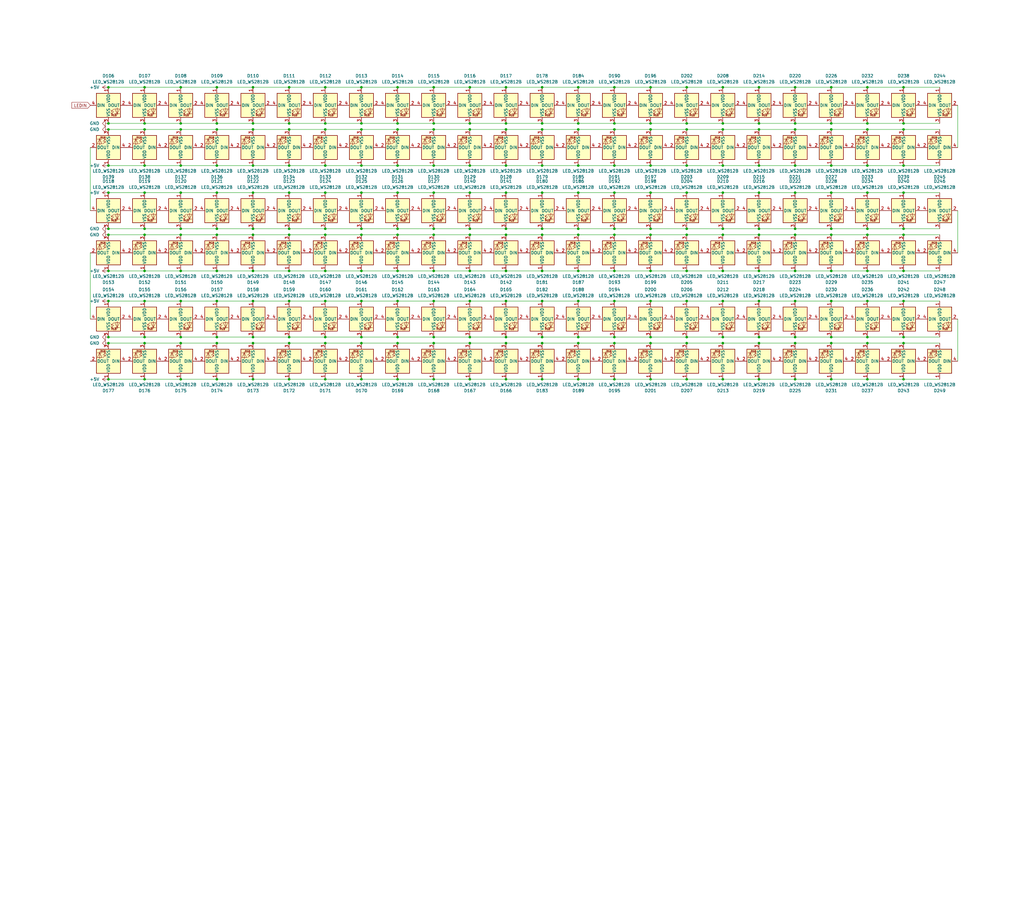
<source format=kicad_sch>
(kicad_sch (version 20231120) (generator "eeschema") (generator_version "8.0")
  (paper "User" 431.8 381)
  (junction (at 137.16 54.61))
  (junction (at 350.52 54.61))
  (junction (at 228.6 160.02))
  (junction (at 137.16 96.52))
  (junction (at 121.92 160.02))
  (junction (at 243.84 99.06))
  (junction (at 121.92 144.78))
  (junction (at 259.08 114.3))
  (junction (at 259.08 160.02))
  (junction (at 304.8 127))
  (junction (at 137.16 99.06))
  (junction (at 381 69.85))
  (junction (at 243.84 127))
  (junction (at 243.84 96.52))
  (junction (at 335.28 127))
  (junction (at 304.8 144.78))
  (junction (at 259.08 127))
  (junction (at 60.96 54.61))
  (junction (at 167.64 36.83))
  (junction (at 320.04 52.07))
  (junction (at 182.88 52.07))
  (junction (at 106.68 142.24))
  (junction (at 274.32 36.83))
  (junction (at 304.8 99.06))
  (junction (at 335.28 52.07))
  (junction (at 320.04 96.52))
  (junction (at 243.84 142.24))
  (junction (at 243.84 81.28))
  (junction (at 228.6 99.06))
  (junction (at 335.28 142.24))
  (junction (at 320.04 69.85))
  (junction (at 76.2 99.06))
  (junction (at 182.88 142.24))
  (junction (at 243.84 36.83))
  (junction (at 137.16 127))
  (junction (at 304.8 160.02))
  (junction (at 365.76 54.61))
  (junction (at 243.84 52.07))
  (junction (at 228.6 81.28))
  (junction (at 45.72 69.85))
  (junction (at 289.56 142.24))
  (junction (at 198.12 81.28))
  (junction (at 76.2 36.83))
  (junction (at 106.68 96.52))
  (junction (at 243.84 160.02))
  (junction (at 198.12 52.07))
  (junction (at 381 52.07))
  (junction (at 289.56 99.06))
  (junction (at 60.96 127))
  (junction (at 289.56 127))
  (junction (at 45.72 114.3))
  (junction (at 228.6 69.85))
  (junction (at 121.92 81.28))
  (junction (at 350.52 160.02))
  (junction (at 381 114.3))
  (junction (at 106.68 144.78))
  (junction (at 304.8 69.85))
  (junction (at 167.64 144.78))
  (junction (at 198.12 142.24))
  (junction (at 45.72 99.06))
  (junction (at 365.76 114.3))
  (junction (at 60.96 99.06))
  (junction (at 182.88 69.85))
  (junction (at 121.92 36.83))
  (junction (at 91.44 54.61))
  (junction (at 137.16 36.83))
  (junction (at 320.04 144.78))
  (junction (at 213.36 99.06))
  (junction (at 213.36 69.85))
  (junction (at 320.04 142.24))
  (junction (at 76.2 69.85))
  (junction (at 289.56 69.85))
  (junction (at 213.36 81.28))
  (junction (at 167.64 96.52))
  (junction (at 106.68 81.28))
  (junction (at 106.68 127))
  (junction (at 121.92 52.07))
  (junction (at 213.36 160.02))
  (junction (at 304.8 54.61))
  (junction (at 60.96 160.02))
  (junction (at 365.76 69.85))
  (junction (at 274.32 127))
  (junction (at 228.6 144.78))
  (junction (at 335.28 69.85))
  (junction (at 274.32 81.28))
  (junction (at 274.32 99.06))
  (junction (at 45.72 142.24))
  (junction (at 152.4 81.28))
  (junction (at 289.56 114.3))
  (junction (at 198.12 114.3))
  (junction (at 274.32 144.78))
  (junction (at 259.08 99.06))
  (junction (at 350.52 52.07))
  (junction (at 213.36 36.83))
  (junction (at 259.08 144.78))
  (junction (at 213.36 52.07))
  (junction (at 243.84 114.3))
  (junction (at 304.8 114.3))
  (junction (at 76.2 81.28))
  (junction (at 213.36 114.3))
  (junction (at 121.92 99.06))
  (junction (at 76.2 144.78))
  (junction (at 228.6 52.07))
  (junction (at 152.4 144.78))
  (junction (at 259.08 81.28))
  (junction (at 182.88 114.3))
  (junction (at 274.32 52.07))
  (junction (at 182.88 54.61))
  (junction (at 381 54.61))
  (junction (at 152.4 52.07))
  (junction (at 76.2 96.52))
  (junction (at 289.56 160.02))
  (junction (at 335.28 114.3))
  (junction (at 243.84 69.85))
  (junction (at 60.96 96.52))
  (junction (at 60.96 52.07))
  (junction (at 381 144.78))
  (junction (at 289.56 54.61))
  (junction (at 121.92 54.61))
  (junction (at 45.72 36.83))
  (junction (at 350.52 127))
  (junction (at 167.64 142.24))
  (junction (at 350.52 69.85))
  (junction (at 335.28 96.52))
  (junction (at 167.64 160.02))
  (junction (at 304.8 36.83))
  (junction (at 213.36 127))
  (junction (at 350.52 36.83))
  (junction (at 137.16 114.3))
  (junction (at 137.16 81.28))
  (junction (at 381 36.83))
  (junction (at 228.6 114.3))
  (junction (at 381 96.52))
  (junction (at 91.44 96.52))
  (junction (at 198.12 99.06))
  (junction (at 91.44 99.06))
  (junction (at 228.6 96.52))
  (junction (at 198.12 36.83))
  (junction (at 137.16 160.02))
  (junction (at 228.6 127))
  (junction (at 289.56 36.83))
  (junction (at 320.04 81.28))
  (junction (at 76.2 52.07))
  (junction (at 91.44 142.24))
  (junction (at 198.12 54.61))
  (junction (at 365.76 160.02))
  (junction (at 365.76 96.52))
  (junction (at 60.96 81.28))
  (junction (at 182.88 81.28))
  (junction (at 182.88 96.52))
  (junction (at 182.88 36.83))
  (junction (at 45.72 54.61))
  (junction (at 320.04 160.02))
  (junction (at 320.04 127))
  (junction (at 350.52 99.06))
  (junction (at 60.96 142.24))
  (junction (at 198.12 127))
  (junction (at 121.92 127))
  (junction (at 137.16 142.24))
  (junction (at 121.92 96.52))
  (junction (at 289.56 96.52))
  (junction (at 274.32 114.3))
  (junction (at 243.84 144.78))
  (junction (at 182.88 144.78))
  (junction (at 60.96 114.3))
  (junction (at 137.16 144.78))
  (junction (at 274.32 54.61))
  (junction (at 152.4 36.83))
  (junction (at 335.28 81.28))
  (junction (at 365.76 99.06))
  (junction (at 91.44 52.07))
  (junction (at 289.56 144.78))
  (junction (at 45.72 52.07))
  (junction (at 274.32 96.52))
  (junction (at 60.96 69.85))
  (junction (at 335.28 36.83))
  (junction (at 335.28 54.61))
  (junction (at 45.72 96.52))
  (junction (at 60.96 144.78))
  (junction (at 91.44 127))
  (junction (at 121.92 142.24))
  (junction (at 365.76 144.78))
  (junction (at 121.92 69.85))
  (junction (at 167.64 81.28))
  (junction (at 106.68 36.83))
  (junction (at 152.4 127))
  (junction (at 167.64 69.85))
  (junction (at 320.04 99.06))
  (junction (at 60.96 36.83))
  (junction (at 259.08 69.85))
  (junction (at 335.28 144.78))
  (junction (at 350.52 142.24))
  (junction (at 259.08 96.52))
  (junction (at 198.12 69.85))
  (junction (at 228.6 142.24))
  (junction (at 152.4 160.02))
  (junction (at 76.2 160.02))
  (junction (at 381 142.24))
  (junction (at 91.44 144.78))
  (junction (at 152.4 96.52))
  (junction (at 182.88 99.06))
  (junction (at 289.56 52.07))
  (junction (at 167.64 99.06))
  (junction (at 213.36 54.61))
  (junction (at 274.32 160.02))
  (junction (at 381 81.28))
  (junction (at 228.6 54.61))
  (junction (at 76.2 142.24))
  (junction (at 365.76 127))
  (junction (at 381 160.02))
  (junction (at 198.12 160.02))
  (junction (at 137.16 52.07))
  (junction (at 45.72 81.28))
  (junction (at 167.64 114.3))
  (junction (at 121.92 114.3))
  (junction (at 91.44 160.02))
  (junction (at 91.44 81.28))
  (junction (at 335.28 99.06))
  (junction (at 76.2 114.3))
  (junction (at 274.32 142.24))
  (junction (at 350.52 81.28))
  (junction (at 365.76 52.07))
  (junction (at 152.4 69.85))
  (junction (at 213.36 96.52))
  (junction (at 259.08 142.24))
  (junction (at 213.36 142.24))
  (junction (at 106.68 69.85))
  (junction (at 320.04 36.83))
  (junction (at 381 127))
  (junction (at 91.44 36.83))
  (junction (at 106.68 114.3))
  (junction (at 365.76 36.83))
  (junction (at 259.08 52.07))
  (junction (at 152.4 142.24))
  (junction (at 335.28 160.02))
  (junction (at 243.84 54.61))
  (junction (at 304.8 81.28))
  (junction (at 167.64 54.61))
  (junction (at 152.4 54.61))
  (junction (at 320.04 54.61))
  (junction (at 106.68 160.02))
  (junction (at 45.72 160.02))
  (junction (at 304.8 52.07))
  (junction (at 259.08 36.83))
  (junction (at 167.64 52.07))
  (junction (at 167.64 127))
  (junction (at 76.2 54.61))
  (junction (at 274.32 69.85))
  (junction (at 45.72 127))
  (junction (at 91.44 114.3))
  (junction (at 152.4 99.06))
  (junction (at 182.88 127))
  (junction (at 289.56 81.28))
  (junction (at 137.16 69.85))
  (junction (at 365.76 81.28))
  (junction (at 198.12 96.52))
  (junction (at 259.08 54.61))
  (junction (at 152.4 114.3))
  (junction (at 76.2 127))
  (junction (at 350.52 96.52))
  (junction (at 350.52 144.78))
  (junction (at 213.36 144.78))
  (junction (at 350.52 114.3))
  (junction (at 304.8 96.52))
  (junction (at 45.72 144.78))
  (junction (at 182.88 160.02))
  (junction (at 106.68 52.07))
  (junction (at 106.68 54.61))
  (junction (at 304.8 142.24))
  (junction (at 320.04 114.3))
  (junction (at 381 99.06))
  (junction (at 198.12 144.78))
  (junction (at 106.68 99.06))
  (junction (at 365.76 142.24))
  (junction (at 228.6 36.83))
  (junction (at 91.44 69.85))
  (wire (pts (xy 304.8 69.85) (xy 320.04 69.85)))
  (wire (pts (xy 381 36.83) (xy 396.24 36.83)))
  (wire (pts (xy 152.4 160.02) (xy 167.64 160.02)))
  (wire (pts (xy 213.36 36.83) (xy 228.6 36.83)))
  (wire (pts (xy 60.96 81.28) (xy 76.2 81.28)))
  (wire (pts (xy 350.52 81.28) (xy 365.76 81.28)))
  (wire (pts (xy 182.88 144.78) (xy 198.12 144.78)))
  (wire (pts (xy 381 127) (xy 396.24 127)))
  (wire (pts (xy 304.8 114.3) (xy 320.04 114.3)))
  (wire (pts (xy 121.92 69.85) (xy 137.16 69.85)))
  (wire (pts (xy 137.16 54.61) (xy 152.4 54.61)))
  (wire (pts (xy 198.12 160.02) (xy 213.36 160.02)))
  (wire (pts (xy 121.92 52.07) (xy 137.16 52.07)))
  (wire (pts (xy 320.04 54.61) (xy 335.28 54.61)))
  (wire (pts (xy 137.16 114.3) (xy 152.4 114.3)))
  (wire (pts (xy 365.76 142.24) (xy 381 142.24)))
  (wire (pts (xy 320.04 114.3) (xy 335.28 114.3)))
  (wire (pts (xy 198.12 114.3) (xy 213.36 114.3)))
  (wire (pts (xy 45.72 81.28) (xy 60.96 81.28)))
  (wire (pts (xy 381 52.07) (xy 396.24 52.07)))
  (wire (pts (xy 335.28 36.83) (xy 350.52 36.83)))
  (wire (pts (xy 350.52 54.61) (xy 365.76 54.61)))
  (wire (pts (xy 243.84 160.02) (xy 259.08 160.02)))
  (wire (pts (xy 289.56 36.83) (xy 304.8 36.83)))
  (wire (pts (xy 350.52 144.78) (xy 365.76 144.78)))
  (wire (pts (xy 45.72 96.52) (xy 60.96 96.52)))
  (wire (pts (xy 228.6 81.28) (xy 243.84 81.28)))
  (wire (pts (xy 137.16 96.52) (xy 152.4 96.52)))
  (wire (pts (xy 335.28 99.06) (xy 350.52 99.06)))
  (wire (pts (xy 152.4 96.52) (xy 167.64 96.52)))
  (wire (pts (xy 213.36 114.3) (xy 228.6 114.3)))
  (wire (pts (xy 106.68 114.3) (xy 121.92 114.3)))
  (wire (pts (xy 106.68 144.78) (xy 121.92 144.78)))
  (wire (pts (xy 121.92 127) (xy 137.16 127)))
  (wire (pts (xy 60.96 142.24) (xy 76.2 142.24)))
  (wire (pts (xy 350.52 142.24) (xy 365.76 142.24)))
  (wire (pts (xy 320.04 81.28) (xy 335.28 81.28)))
  (wire (pts (xy 91.44 52.07) (xy 106.68 52.07)))
  (wire (pts (xy 320.04 160.02) (xy 335.28 160.02)))
  (wire (pts (xy 152.4 69.85) (xy 167.64 69.85)))
  (wire (pts (xy 198.12 69.85) (xy 213.36 69.85)))
  (wire (pts (xy 320.04 52.07) (xy 335.28 52.07)))
  (wire (pts (xy 243.84 81.28) (xy 259.08 81.28)))
  (wire (pts (xy 198.12 36.83) (xy 213.36 36.83)))
  (wire (pts (xy 365.76 96.52) (xy 381 96.52)))
  (wire (pts (xy 91.44 36.83) (xy 106.68 36.83)))
  (wire (pts (xy 320.04 36.83) (xy 335.28 36.83)))
  (wire (pts (xy 121.92 96.52) (xy 137.16 96.52)))
  (wire (pts (xy 182.88 114.3) (xy 198.12 114.3)))
  (wire (pts (xy 60.96 144.78) (xy 76.2 144.78)))
  (wire (pts (xy 381 81.28) (xy 396.24 81.28)))
  (wire (pts (xy 289.56 54.61) (xy 304.8 54.61)))
  (wire (pts (xy 198.12 52.07) (xy 213.36 52.07)))
  (wire (pts (xy 243.84 52.07) (xy 259.08 52.07)))
  (wire (pts (xy 198.12 142.24) (xy 213.36 142.24)))
  (wire (pts (xy 45.72 144.78) (xy 60.96 144.78)))
  (wire (pts (xy 213.36 127) (xy 228.6 127)))
  (wire (pts (xy 259.08 114.3) (xy 274.32 114.3)))
  (wire (pts (xy 121.92 36.83) (xy 137.16 36.83)))
  (wire (pts (xy 259.08 142.24) (xy 274.32 142.24)))
  (wire (pts (xy 106.68 142.24) (xy 121.92 142.24)))
  (wire (pts (xy 335.28 114.3) (xy 350.52 114.3)))
  (wire (pts (xy 350.52 36.83) (xy 365.76 36.83)))
  (wire (pts (xy 45.72 54.61) (xy 60.96 54.61)))
  (wire (pts (xy 365.76 81.28) (xy 381 81.28)))
  (wire (pts (xy 243.84 54.61) (xy 259.08 54.61)))
  (wire (pts (xy 182.88 52.07) (xy 198.12 52.07)))
  (wire (pts (xy 137.16 142.24) (xy 152.4 142.24)))
  (wire (pts (xy 259.08 54.61) (xy 274.32 54.61)))
  (wire (pts (xy 289.56 99.06) (xy 304.8 99.06)))
  (wire (pts (xy 60.96 127) (xy 76.2 127)))
  (wire (pts (xy 304.8 81.28) (xy 320.04 81.28)))
  (wire (pts (xy 76.2 52.07) (xy 91.44 52.07)))
  (wire (pts (xy 259.08 160.02) (xy 274.32 160.02)))
  (wire (pts (xy 289.56 69.85) (xy 304.8 69.85)))
  (wire (pts (xy 381 99.06) (xy 396.24 99.06)))
  (wire (pts (xy 243.84 127) (xy 259.08 127)))
  (wire (pts (xy 45.72 114.3) (xy 60.96 114.3)))
  (wire (pts (xy 335.28 144.78) (xy 350.52 144.78)))
  (wire (pts (xy 304.8 99.06) (xy 320.04 99.06)))
  (wire (pts (xy 243.84 114.3) (xy 259.08 114.3)))
  (wire (pts (xy 304.8 160.02) (xy 320.04 160.02)))
  (wire (pts (xy 403.86 88.9) (xy 403.86 106.68)))
  (wire (pts (xy 243.84 99.06) (xy 259.08 99.06)))
  (wire (pts (xy 91.44 144.78) (xy 106.68 144.78)))
  (wire (pts (xy 403.86 134.62) (xy 403.86 152.4)))
  (wire (pts (xy 152.4 54.61) (xy 167.64 54.61)))
  (wire (pts (xy 76.2 142.24) (xy 91.44 142.24)))
  (wire (pts (xy 365.76 69.85) (xy 381 69.85)))
  (wire (pts (xy 289.56 96.52) (xy 304.8 96.52)))
  (wire (pts (xy 198.12 54.61) (xy 213.36 54.61)))
  (wire (pts (xy 304.8 54.61) (xy 320.04 54.61)))
  (wire (pts (xy 60.96 114.3) (xy 76.2 114.3)))
  (wire (pts (xy 167.64 52.07) (xy 182.88 52.07)))
  (wire (pts (xy 228.6 114.3) (xy 243.84 114.3)))
  (wire (pts (xy 259.08 52.07) (xy 274.32 52.07)))
  (wire (pts (xy 320.04 127) (xy 335.28 127)))
  (wire (pts (xy 121.92 99.06) (xy 137.16 99.06)))
  (wire (pts (xy 76.2 81.28) (xy 91.44 81.28)))
  (wire (pts (xy 152.4 36.83) (xy 167.64 36.83)))
  (wire (pts (xy 182.88 96.52) (xy 198.12 96.52)))
  (wire (pts (xy 106.68 96.52) (xy 121.92 96.52)))
  (wire (pts (xy 45.72 99.06) (xy 60.96 99.06)))
  (wire (pts (xy 106.68 54.61) (xy 121.92 54.61)))
  (wire (pts (xy 274.32 96.52) (xy 289.56 96.52)))
  (wire (pts (xy 259.08 69.85) (xy 274.32 69.85)))
  (wire (pts (xy 381 142.24) (xy 396.24 142.24)))
  (wire (pts (xy 106.68 81.28) (xy 121.92 81.28)))
  (wire (pts (xy 289.56 114.3) (xy 304.8 114.3)))
  (wire (pts (xy 274.32 81.28) (xy 289.56 81.28)))
  (wire (pts (xy 335.28 52.07) (xy 350.52 52.07)))
  (wire (pts (xy 167.64 54.61) (xy 182.88 54.61)))
  (wire (pts (xy 198.12 81.28) (xy 213.36 81.28)))
  (wire (pts (xy 304.8 127) (xy 320.04 127)))
  (wire (pts (xy 213.36 52.07) (xy 228.6 52.07)))
  (wire (pts (xy 350.52 52.07) (xy 365.76 52.07)))
  (wire (pts (xy 274.32 114.3) (xy 289.56 114.3)))
  (wire (pts (xy 152.4 52.07) (xy 167.64 52.07)))
  (wire (pts (xy 152.4 144.78) (xy 167.64 144.78)))
  (wire (pts (xy 167.64 99.06) (xy 182.88 99.06)))
  (wire (pts (xy 228.6 142.24) (xy 243.84 142.24)))
  (wire (pts (xy 228.6 54.61) (xy 243.84 54.61)))
  (wire (pts (xy 76.2 144.78) (xy 91.44 144.78)))
  (wire (pts (xy 198.12 127) (xy 213.36 127)))
  (wire (pts (xy 274.32 36.83) (xy 289.56 36.83)))
  (wire (pts (xy 381 114.3) (xy 396.24 114.3)))
  (wire (pts (xy 182.88 160.02) (xy 198.12 160.02)))
  (wire (pts (xy 121.92 142.24) (xy 137.16 142.24)))
  (wire (pts (xy 91.44 69.85) (xy 106.68 69.85)))
  (wire (pts (xy 403.86 44.45) (xy 403.86 62.23)))
  (wire (pts (xy 45.72 127) (xy 60.96 127)))
  (wire (pts (xy 106.68 99.06) (xy 121.92 99.06)))
  (wire (pts (xy 350.52 127) (xy 365.76 127)))
  (wire (pts (xy 60.96 96.52) (xy 76.2 96.52)))
  (wire (pts (xy 289.56 160.02) (xy 304.8 160.02)))
  (wire (pts (xy 335.28 96.52) (xy 350.52 96.52)))
  (wire (pts (xy 365.76 160.02) (xy 381 160.02)))
  (wire (pts (xy 243.84 36.83) (xy 259.08 36.83)))
  (wire (pts (xy 274.32 160.02) (xy 289.56 160.02)))
  (wire (pts (xy 320.04 144.78) (xy 335.28 144.78)))
  (wire (pts (xy 228.6 99.06) (xy 243.84 99.06)))
  (wire (pts (xy 60.96 160.02) (xy 76.2 160.02)))
  (wire (pts (xy 91.44 81.28) (xy 106.68 81.28)))
  (wire (pts (xy 152.4 81.28) (xy 167.64 81.28)))
  (wire (pts (xy 91.44 96.52) (xy 106.68 96.52)))
  (wire (pts (xy 381 69.85) (xy 396.24 69.85)))
  (wire (pts (xy 60.96 52.07) (xy 76.2 52.07)))
  (wire (pts (xy 381 160.02) (xy 396.24 160.02)))
  (wire (pts (xy 167.64 142.24) (xy 182.88 142.24)))
  (wire (pts (xy 76.2 160.02) (xy 91.44 160.02)))
  (wire (pts (xy 259.08 81.28) (xy 274.32 81.28)))
  (wire (pts (xy 259.08 127) (xy 274.32 127)))
  (wire (pts (xy 228.6 160.02) (xy 243.84 160.02)))
  (wire (pts (xy 304.8 52.07) (xy 320.04 52.07)))
  (wire (pts (xy 121.92 160.02) (xy 137.16 160.02)))
  (wire (pts (xy 365.76 54.61) (xy 381 54.61)))
  (wire (pts (xy 76.2 114.3) (xy 91.44 114.3)))
  (wire (pts (xy 76.2 54.61) (xy 91.44 54.61)))
  (wire (pts (xy 167.64 69.85) (xy 182.88 69.85)))
  (wire (pts (xy 137.16 127) (xy 152.4 127)))
  (wire (pts (xy 182.88 142.24) (xy 198.12 142.24)))
  (wire (pts (xy 121.92 144.78) (xy 137.16 144.78)))
  (wire (pts (xy 76.2 96.52) (xy 91.44 96.52)))
  (wire (pts (xy 320.04 142.24) (xy 335.28 142.24)))
  (wire (pts (xy 137.16 52.07) (xy 152.4 52.07)))
  (wire (pts (xy 76.2 36.83) (xy 91.44 36.83)))
  (wire (pts (xy 228.6 96.52) (xy 243.84 96.52)))
  (wire (pts (xy 198.12 96.52) (xy 213.36 96.52)))
  (wire (pts (xy 182.88 54.61) (xy 198.12 54.61)))
  (wire (pts (xy 182.88 127) (xy 198.12 127)))
  (wire (pts (xy 289.56 81.28) (xy 304.8 81.28)))
  (wire (pts (xy 365.76 144.78) (xy 381 144.78)))
  (wire (pts (xy 335.28 81.28) (xy 350.52 81.28)))
  (wire (pts (xy 274.32 127) (xy 289.56 127)))
  (wire (pts (xy 76.2 69.85) (xy 91.44 69.85)))
  (wire (pts (xy 91.44 54.61) (xy 106.68 54.61)))
  (wire (pts (xy 213.36 96.52) (xy 228.6 96.52)))
  (wire (pts (xy 274.32 142.24) (xy 289.56 142.24)))
  (wire (pts (xy 304.8 142.24) (xy 320.04 142.24)))
  (wire (pts (xy 121.92 54.61) (xy 137.16 54.61)))
  (wire (pts (xy 167.64 160.02) (xy 182.88 160.02)))
  (wire (pts (xy 335.28 69.85) (xy 350.52 69.85)))
  (wire (pts (xy 60.96 69.85) (xy 76.2 69.85)))
  (wire (pts (xy 365.76 36.83) (xy 381 36.83)))
  (wire (pts (xy 45.72 52.07) (xy 60.96 52.07)))
  (wire (pts (xy 213.36 99.06) (xy 228.6 99.06)))
  (wire (pts (xy 350.52 160.02) (xy 365.76 160.02)))
  (wire (pts (xy 167.64 144.78) (xy 182.88 144.78)))
  (wire (pts (xy 106.68 160.02) (xy 121.92 160.02)))
  (wire (pts (xy 243.84 96.52) (xy 259.08 96.52)))
  (wire (pts (xy 213.36 160.02) (xy 228.6 160.02)))
  (wire (pts (xy 91.44 127) (xy 106.68 127)))
  (wire (pts (xy 365.76 127) (xy 381 127)))
  (wire (pts (xy 76.2 99.06) (xy 91.44 99.06)))
  (wire (pts (xy 274.32 144.78) (xy 289.56 144.78)))
  (wire (pts (xy 259.08 99.06) (xy 274.32 99.06)))
  (wire (pts (xy 137.16 36.83) (xy 152.4 36.83)))
  (wire (pts (xy 304.8 96.52) (xy 320.04 96.52)))
  (wire (pts (xy 45.72 69.85) (xy 60.96 69.85)))
  (wire (pts (xy 365.76 114.3) (xy 381 114.3)))
  (wire (pts (xy 76.2 127) (xy 91.44 127)))
  (wire (pts (xy 304.8 144.78) (xy 320.04 144.78)))
  (wire (pts (xy 121.92 81.28) (xy 137.16 81.28)))
  (wire (pts (xy 182.88 69.85) (xy 198.12 69.85)))
  (wire (pts (xy 289.56 144.78) (xy 304.8 144.78)))
  (wire (pts (xy 60.96 54.61) (xy 76.2 54.61)))
  (wire (pts (xy 137.16 69.85) (xy 152.4 69.85)))
  (wire (pts (xy 304.8 36.83) (xy 320.04 36.83)))
  (wire (pts (xy 167.64 36.83) (xy 182.88 36.83)))
  (wire (pts (xy 137.16 81.28) (xy 152.4 81.28)))
  (wire (pts (xy 350.52 96.52) (xy 365.76 96.52)))
  (wire (pts (xy 228.6 144.78) (xy 243.84 144.78)))
  (wire (pts (xy 106.68 127) (xy 121.92 127)))
  (wire (pts (xy 60.96 36.83) (xy 76.2 36.83)))
  (wire (pts (xy 274.32 69.85) (xy 289.56 69.85)))
  (wire (pts (xy 335.28 54.61) (xy 350.52 54.61)))
  (wire (pts (xy 350.52 114.3) (xy 365.76 114.3)))
  (wire (pts (xy 228.6 52.07) (xy 243.84 52.07)))
  (wire (pts (xy 350.52 99.06) (xy 365.76 99.06)))
  (wire (pts (xy 259.08 144.78) (xy 274.32 144.78)))
  (wire (pts (xy 259.08 36.83) (xy 274.32 36.83)))
  (wire (pts (xy 320.04 69.85) (xy 335.28 69.85)))
  (wire (pts (xy 167.64 127) (xy 182.88 127)))
  (wire (pts (xy 91.44 99.06) (xy 106.68 99.06)))
  (wire (pts (xy 213.36 81.28) (xy 228.6 81.28)))
  (wire (pts (xy 106.68 52.07) (xy 121.92 52.07)))
  (wire (pts (xy 381 54.61) (xy 396.24 54.61)))
  (wire (pts (xy 167.64 114.3) (xy 182.88 114.3)))
  (wire (pts (xy 182.88 99.06) (xy 198.12 99.06)))
  (wire (pts (xy 213.36 144.78) (xy 228.6 144.78)))
  (wire (pts (xy 213.36 54.61) (xy 228.6 54.61)))
  (wire (pts (xy 243.84 142.24) (xy 259.08 142.24)))
  (wire (pts (xy 243.84 69.85) (xy 259.08 69.85)))
  (wire (pts (xy 213.36 142.24) (xy 228.6 142.24)))
  (wire (pts (xy 274.32 54.61) (xy 289.56 54.61)))
  (wire (pts (xy 350.52 69.85) (xy 365.76 69.85)))
  (wire (pts (xy 167.64 96.52) (xy 182.88 96.52)))
  (wire (pts (xy 381 144.78) (xy 396.24 144.78)))
  (wire (pts (xy 152.4 114.3) (xy 167.64 114.3)))
  (wire (pts (xy 45.72 160.02) (xy 60.96 160.02)))
  (wire (pts (xy 274.32 99.06) (xy 289.56 99.06)))
  (wire (pts (xy 106.68 36.83) (xy 121.92 36.83)))
  (wire (pts (xy 137.16 144.78) (xy 152.4 144.78)))
  (wire (pts (xy 60.96 99.06) (xy 76.2 99.06)))
  (wire (pts (xy 259.08 96.52) (xy 274.32 96.52)))
  (wire (pts (xy 91.44 114.3) (xy 106.68 114.3)))
  (wire (pts (xy 182.88 36.83) (xy 198.12 36.83)))
  (wire (pts (xy 152.4 142.24) (xy 167.64 142.24)))
  (wire (pts (xy 289.56 142.24) (xy 304.8 142.24)))
  (wire (pts (xy 335.28 142.24) (xy 350.52 142.24)))
  (wire (pts (xy 45.72 142.24) (xy 60.96 142.24)))
  (wire (pts (xy 381 96.52) (xy 396.24 96.52)))
  (wire (pts (xy 137.16 160.02) (xy 152.4 160.02)))
  (wire (pts (xy 182.88 81.28) (xy 198.12 81.28)))
  (wire (pts (xy 45.72 36.83) (xy 60.96 36.83)))
  (wire (pts (xy 335.28 160.02) (xy 350.52 160.02)))
  (wire (pts (xy 228.6 69.85) (xy 243.84 69.85)))
  (wire (pts (xy 365.76 99.06) (xy 381 99.06)))
  (wire (pts (xy 320.04 99.06) (xy 335.28 99.06)))
  (wire (pts (xy 91.44 160.02) (xy 106.68 160.02)))
  (wire (pts (xy 198.12 99.06) (xy 213.36 99.06)))
  (wire (pts (xy 320.04 96.52) (xy 335.28 96.52)))
  (wire (pts (xy 198.12 144.78) (xy 213.36 144.78)))
  (wire (pts (xy 243.84 144.78) (xy 259.08 144.78)))
  (wire (pts (xy 38.1 62.23) (xy 38.1 88.9)))
  (wire (pts (xy 91.44 142.24) (xy 106.68 142.24)))
  (wire (pts (xy 167.64 81.28) (xy 182.88 81.28)))
  (wire (pts (xy 38.1 106.68) (xy 38.1 134.62)))
  (wire (pts (xy 213.36 69.85) (xy 228.6 69.85)))
  (wire (pts (xy 137.16 99.06) (xy 152.4 99.06)))
  (wire (pts (xy 228.6 127) (xy 243.84 127)))
  (wire (pts (xy 106.68 69.85) (xy 121.92 69.85)))
  (wire (pts (xy 228.6 36.83) (xy 243.84 36.83)))
  (wire (pts (xy 289.56 127) (xy 304.8 127)))
  (wire (pts (xy 152.4 127) (xy 167.64 127)))
  (wire (pts (xy 335.28 127) (xy 350.52 127)))
  (wire (pts (xy 274.32 52.07) (xy 289.56 52.07)))
  (wire (pts (xy 152.4 99.06) (xy 167.64 99.06)))
  (wire (pts (xy 289.56 52.07) (xy 304.8 52.07)))
  (wire (pts (xy 121.92 114.3) (xy 137.16 114.3)))
  (wire (pts (xy 365.76 52.07) (xy 381 52.07)))
  (global_label "LEDIN" (shape input) (at 38.1 44.45 180) (property "Intersheetrefs" "${INTERSHEET_REFS}" (effects (hide yes))))
  (symbol (lib_id "ScottoKeebs:LED_WS2812B") (at 45.72 44.45 0) (unit 1)
    (property "Reference" "D106" (at 45.72 32.004 0))
    (property "Value" "LED_WS2812B" (at 45.72 34.544 0))
    (property "Footprint" "ScottoKeebs_Components:LED_WS2812B" (effects (hide yes)))
    (property "Datasheet" "https://cdn-shop.adafruit.com/datasheets/WS2812B.pdf" (effects (hide yes)))
    (property "Description" "RGB LED with integrated controller" (effects (hide yes)))
  )
  (symbol (lib_id "ScottoKeebs:LED_WS2812B") (at 76.2 106.68 180) (unit 1)
    (property "Reference" "D151" (at 76.2 119.126 0))
    (property "Value" "LED_WS2812B" (at 76.2 116.586 0))
    (property "Footprint" "ScottoKeebs_Components:LED_WS2812B" (effects (hide yes)))
    (property "Datasheet" "https://cdn-shop.adafruit.com/datasheets/WS2812B.pdf" (effects (hide yes)))
    (property "Description" "RGB LED with integrated controller" (effects (hide yes)))
  )
  (symbol (lib_id "ScottoKeebs:LED_WS2812B") (at 182.88 134.62 0) (unit 1)
    (property "Reference" "D163" (at 182.88 122.174 0))
    (property "Value" "LED_WS2812B" (at 182.88 124.714 0))
    (property "Footprint" "ScottoKeebs_Components:LED_WS2812B" (effects (hide yes)))
    (property "Datasheet" "https://cdn-shop.adafruit.com/datasheets/WS2812B.pdf" (effects (hide yes)))
    (property "Description" "RGB LED with integrated controller" (effects (hide yes)))
  )
  (symbol (lib_id "ScottoKeebs:LED_WS2812B") (at 91.44 88.9 0) (unit 1)
    (property "Reference" "D121" (at 91.44 76.454 0))
    (property "Value" "LED_WS2812B" (at 91.44 78.994 0))
    (property "Footprint" "ScottoKeebs_Components:LED_WS2812B" (effects (hide yes)))
    (property "Datasheet" "https://cdn-shop.adafruit.com/datasheets/WS2812B.pdf" (effects (hide yes)))
    (property "Description" "RGB LED with integrated controller" (effects (hide yes)))
  )
  (symbol (lib_id "ScottoKeebs:LED_WS2812B") (at 381 152.4 180) (unit 1)
    (property "Reference" "D243" (at 381 164.846 0))
    (property "Value" "LED_WS2812B" (at 381 162.306 0))
    (property "Footprint" "ScottoKeebs_Components:LED_WS2812B" (effects (hide yes)))
    (property "Datasheet" "https://cdn-shop.adafruit.com/datasheets/WS2812B.pdf" (effects (hide yes)))
    (property "Description" "RGB LED with integrated controller" (effects (hide yes)))
  )
  (symbol (lib_id "ScottoKeebs:LED_WS2812B") (at 259.08 152.4 180) (unit 1)
    (property "Reference" "D195" (at 259.08 164.846 0))
    (property "Value" "LED_WS2812B" (at 259.08 162.306 0))
    (property "Footprint" "ScottoKeebs_Components:LED_WS2812B" (effects (hide yes)))
    (property "Datasheet" "https://cdn-shop.adafruit.com/datasheets/WS2812B.pdf" (effects (hide yes)))
    (property "Description" "RGB LED with integrated controller" (effects (hide yes)))
  )
  (symbol (lib_id "ScottoKeebs:LED_WS2812B") (at 137.16 44.45 0) (unit 1)
    (property "Reference" "D112" (at 137.16 32.004 0))
    (property "Value" "LED_WS2812B" (at 137.16 34.544 0))
    (property "Footprint" "ScottoKeebs_Components:LED_WS2812B" (effects (hide yes)))
    (property "Datasheet" "https://cdn-shop.adafruit.com/datasheets/WS2812B.pdf" (effects (hide yes)))
    (property "Description" "RGB LED with integrated controller" (effects (hide yes)))
  )
  (symbol (lib_id "ScottoKeebs:LED_WS2812B") (at 60.96 152.4 180) (unit 1)
    (property "Reference" "D176" (at 60.96 164.846 0))
    (property "Value" "LED_WS2812B" (at 60.96 162.306 0))
    (property "Footprint" "ScottoKeebs_Components:LED_WS2812B" (effects (hide yes)))
    (property "Datasheet" "https://cdn-shop.adafruit.com/datasheets/WS2812B.pdf" (effects (hide yes)))
    (property "Description" "RGB LED with integrated controller" (effects (hide yes)))
  )
  (symbol (lib_id "ScottoKeebs:LED_WS2812B") (at 274.32 152.4 180) (unit 1)
    (property "Reference" "D201" (at 274.32 164.846 0))
    (property "Value" "LED_WS2812B" (at 274.32 162.306 0))
    (property "Footprint" "ScottoKeebs_Components:LED_WS2812B" (effects (hide yes)))
    (property "Datasheet" "https://cdn-shop.adafruit.com/datasheets/WS2812B.pdf" (effects (hide yes)))
    (property "Description" "RGB LED with integrated controller" (effects (hide yes)))
  )
  (symbol (lib_id "ScottoKeebs:LED_WS2812B") (at 152.4 88.9 0) (unit 1)
    (property "Reference" "D125" (at 152.4 76.454 0))
    (property "Value" "LED_WS2812B" (at 152.4 78.994 0))
    (property "Footprint" "ScottoKeebs_Components:LED_WS2812B" (effects (hide yes)))
    (property "Datasheet" "https://cdn-shop.adafruit.com/datasheets/WS2812B.pdf" (effects (hide yes)))
    (property "Description" "RGB LED with integrated controller" (effects (hide yes)))
  )
  (symbol (lib_id "ScottoKeebs:LED_WS2812B") (at 45.72 152.4 180) (unit 1)
    (property "Reference" "D177" (at 45.72 164.846 0))
    (property "Value" "LED_WS2812B" (at 45.72 162.306 0))
    (property "Footprint" "ScottoKeebs_Components:LED_WS2812B" (effects (hide yes)))
    (property "Datasheet" "https://cdn-shop.adafruit.com/datasheets/WS2812B.pdf" (effects (hide yes)))
    (property "Description" "RGB LED with integrated controller" (effects (hide yes)))
  )
  (symbol (lib_id "power:+5V") (at 45.72 127 90) (unit 1)
    (property "Reference" "#PWR031" (effects (hide yes)))
    (property "Value" "+5V" (at 41.91 126.9999 90) (effects (justify left)))
    (property "Description" "Power symbol creates a global label with name \"+5V\"" (effects (hide yes)))
  )
  (symbol (lib_id "ScottoKeebs:LED_WS2812B") (at 350.52 44.45 0) (unit 1)
    (property "Reference" "D226" (at 350.52 32.004 0))
    (property "Value" "LED_WS2812B" (at 350.52 34.544 0))
    (property "Footprint" "ScottoKeebs_Components:LED_WS2812B" (effects (hide yes)))
    (property "Datasheet" "https://cdn-shop.adafruit.com/datasheets/WS2812B.pdf" (effects (hide yes)))
    (property "Description" "RGB LED with integrated controller" (effects (hide yes)))
  )
  (symbol (lib_id "ScottoKeebs:LED_WS2812B") (at 228.6 62.23 180) (unit 1)
    (property "Reference" "D179" (at 228.6 74.676 0))
    (property "Value" "LED_WS2812B" (at 228.6 72.136 0))
    (property "Footprint" "ScottoKeebs_Components:LED_WS2812B" (effects (hide yes)))
    (property "Datasheet" "https://cdn-shop.adafruit.com/datasheets/WS2812B.pdf" (effects (hide yes)))
    (property "Description" "RGB LED with integrated controller" (effects (hide yes)))
  )
  (symbol (lib_id "ScottoKeebs:LED_WS2812B") (at 121.92 88.9 0) (unit 1)
    (property "Reference" "D123" (at 121.92 76.454 0))
    (property "Value" "LED_WS2812B" (at 121.92 78.994 0))
    (property "Footprint" "ScottoKeebs_Components:LED_WS2812B" (effects (hide yes)))
    (property "Datasheet" "https://cdn-shop.adafruit.com/datasheets/WS2812B.pdf" (effects (hide yes)))
    (property "Description" "RGB LED with integrated controller" (effects (hide yes)))
  )
  (symbol (lib_id "ScottoKeebs:LED_WS2812B") (at 350.52 62.23 180) (unit 1)
    (property "Reference" "D227" (at 350.52 74.676 0))
    (property "Value" "LED_WS2812B" (at 350.52 72.136 0))
    (property "Footprint" "ScottoKeebs_Components:LED_WS2812B" (effects (hide yes)))
    (property "Datasheet" "https://cdn-shop.adafruit.com/datasheets/WS2812B.pdf" (effects (hide yes)))
    (property "Description" "RGB LED with integrated controller" (effects (hide yes)))
  )
  (symbol (lib_id "ScottoKeebs:LED_WS2812B") (at 152.4 134.62 0) (unit 1)
    (property "Reference" "D161" (at 152.4 122.174 0))
    (property "Value" "LED_WS2812B" (at 152.4 124.714 0))
    (property "Footprint" "ScottoKeebs_Components:LED_WS2812B" (effects (hide yes)))
    (property "Datasheet" "https://cdn-shop.adafruit.com/datasheets/WS2812B.pdf" (effects (hide yes)))
    (property "Description" "RGB LED with integrated controller" (effects (hide yes)))
  )
  (symbol (lib_id "ScottoKeebs:LED_WS2812B") (at 137.16 134.62 0) (unit 1)
    (property "Reference" "D160" (at 137.16 122.174 0))
    (property "Value" "LED_WS2812B" (at 137.16 124.714 0))
    (property "Footprint" "ScottoKeebs_Components:LED_WS2812B" (effects (hide yes)))
    (property "Datasheet" "https://cdn-shop.adafruit.com/datasheets/WS2812B.pdf" (effects (hide yes)))
    (property "Description" "RGB LED with integrated controller" (effects (hide yes)))
  )
  (symbol (lib_id "ScottoKeebs:LED_WS2812B") (at 304.8 152.4 180) (unit 1)
    (property "Reference" "D213" (at 304.8 164.846 0))
    (property "Value" "LED_WS2812B" (at 304.8 162.306 0))
    (property "Footprint" "ScottoKeebs_Components:LED_WS2812B" (effects (hide yes)))
    (property "Datasheet" "https://cdn-shop.adafruit.com/datasheets/WS2812B.pdf" (effects (hide yes)))
    (property "Description" "RGB LED with integrated controller" (effects (hide yes)))
  )
  (symbol (lib_id "ScottoKeebs:LED_WS2812B") (at 320.04 152.4 180) (unit 1)
    (property "Reference" "D219" (at 320.04 164.846 0))
    (property "Value" "LED_WS2812B" (at 320.04 162.306 0))
    (property "Footprint" "ScottoKeebs_Components:LED_WS2812B" (effects (hide yes)))
    (property "Datasheet" "https://cdn-shop.adafruit.com/datasheets/WS2812B.pdf" (effects (hide yes)))
    (property "Description" "RGB LED with integrated controller" (effects (hide yes)))
  )
  (symbol (lib_id "ScottoKeebs:LED_WS2812B") (at 121.92 62.23 180) (unit 1)
    (property "Reference" "D134" (at 121.92 74.676 0))
    (property "Value" "LED_WS2812B" (at 121.92 72.136 0))
    (property "Footprint" "ScottoKeebs_Components:LED_WS2812B" (effects (hide yes)))
    (property "Datasheet" "https://cdn-shop.adafruit.com/datasheets/WS2812B.pdf" (effects (hide yes)))
    (property "Description" "RGB LED with integrated controller" (effects (hide yes)))
  )
  (symbol (lib_id "ScottoKeebs:LED_WS2812B") (at 167.64 152.4 180) (unit 1)
    (property "Reference" "D169" (at 167.64 164.846 0))
    (property "Value" "LED_WS2812B" (at 167.64 162.306 0))
    (property "Footprint" "ScottoKeebs_Components:LED_WS2812B" (effects (hide yes)))
    (property "Datasheet" "https://cdn-shop.adafruit.com/datasheets/WS2812B.pdf" (effects (hide yes)))
    (property "Description" "RGB LED with integrated controller" (effects (hide yes)))
  )
  (symbol (lib_id "ScottoKeebs:LED_WS2812B") (at 320.04 44.45 0) (unit 1)
    (property "Reference" "D214" (at 320.04 32.004 0))
    (property "Value" "LED_WS2812B" (at 320.04 34.544 0))
    (property "Footprint" "ScottoKeebs_Components:LED_WS2812B" (effects (hide yes)))
    (property "Datasheet" "https://cdn-shop.adafruit.com/datasheets/WS2812B.pdf" (effects (hide yes)))
    (property "Description" "RGB LED with integrated controller" (effects (hide yes)))
  )
  (symbol (lib_id "ScottoKeebs:LED_WS2812B") (at 243.84 62.23 180) (unit 1)
    (property "Reference" "D185" (at 243.84 74.676 0))
    (property "Value" "LED_WS2812B" (at 243.84 72.136 0))
    (property "Footprint" "ScottoKeebs_Components:LED_WS2812B" (effects (hide yes)))
    (property "Datasheet" "https://cdn-shop.adafruit.com/datasheets/WS2812B.pdf" (effects (hide yes)))
    (property "Description" "RGB LED with integrated controller" (effects (hide yes)))
  )
  (symbol (lib_id "ScottoKeebs:LED_WS2812B") (at 198.12 152.4 180) (unit 1)
    (property "Reference" "D167" (at 198.12 164.846 0))
    (property "Value" "LED_WS2812B" (at 198.12 162.306 0))
    (property "Footprint" "ScottoKeebs_Components:LED_WS2812B" (effects (hide yes)))
    (property "Datasheet" "https://cdn-shop.adafruit.com/datasheets/WS2812B.pdf" (effects (hide yes)))
    (property "Description" "RGB LED with integrated controller" (effects (hide yes)))
  )
  (symbol (lib_id "ScottoKeebs:LED_WS2812B") (at 335.28 88.9 0) (unit 1)
    (property "Reference" "D222" (at 335.28 76.454 0))
    (property "Value" "LED_WS2812B" (at 335.28 78.994 0))
    (property "Footprint" "ScottoKeebs_Components:LED_WS2812B" (effects (hide yes)))
    (property "Datasheet" "https://cdn-shop.adafruit.com/datasheets/WS2812B.pdf" (effects (hide yes)))
    (property "Description" "RGB LED with integrated controller" (effects (hide yes)))
  )
  (symbol (lib_id "power:+5V") (at 45.72 69.85 90) (unit 1)
    (property "Reference" "#PWR03" (effects (hide yes)))
    (property "Value" "+5V" (at 41.91 69.8499 90) (effects (justify left)))
    (property "Description" "Power symbol creates a global label with name \"+5V\"" (effects (hide yes)))
  )
  (symbol (lib_id "ScottoKeebs:LED_WS2812B") (at 213.36 88.9 0) (unit 1)
    (property "Reference" "D141" (at 213.36 76.454 0))
    (property "Value" "LED_WS2812B" (at 213.36 78.994 0))
    (property "Footprint" "ScottoKeebs_Components:LED_WS2812B" (effects (hide yes)))
    (property "Datasheet" "https://cdn-shop.adafruit.com/datasheets/WS2812B.pdf" (effects (hide yes)))
    (property "Description" "RGB LED with integrated controller" (effects (hide yes)))
  )
  (symbol (lib_id "ScottoKeebs:LED_WS2812B") (at 45.72 134.62 0) (unit 1)
    (property "Reference" "D154" (at 45.72 122.174 0))
    (property "Value" "LED_WS2812B" (at 45.72 124.714 0))
    (property "Footprint" "ScottoKeebs_Components:LED_WS2812B" (effects (hide yes)))
    (property "Datasheet" "https://cdn-shop.adafruit.com/datasheets/WS2812B.pdf" (effects (hide yes)))
    (property "Description" "RGB LED with integrated controller" (effects (hide yes)))
  )
  (symbol (lib_id "ScottoKeebs:LED_WS2812B") (at 213.36 134.62 0) (unit 1)
    (property "Reference" "D165" (at 213.36 122.174 0))
    (property "Value" "LED_WS2812B" (at 213.36 124.714 0))
    (property "Footprint" "ScottoKeebs_Components:LED_WS2812B" (effects (hide yes)))
    (property "Datasheet" "https://cdn-shop.adafruit.com/datasheets/WS2812B.pdf" (effects (hide yes)))
    (property "Description" "RGB LED with integrated controller" (effects (hide yes)))
  )
  (symbol (lib_id "ScottoKeebs:LED_WS2812B") (at 167.64 106.68 180) (unit 1)
    (property "Reference" "D145" (at 167.64 119.126 0))
    (property "Value" "LED_WS2812B" (at 167.64 116.586 0))
    (property "Footprint" "ScottoKeebs_Components:LED_WS2812B" (effects (hide yes)))
    (property "Datasheet" "https://cdn-shop.adafruit.com/datasheets/WS2812B.pdf" (effects (hide yes)))
    (property "Description" "RGB LED with integrated controller" (effects (hide yes)))
  )
  (symbol (lib_id "ScottoKeebs:LED_WS2812B") (at 198.12 134.62 0) (unit 1)
    (property "Reference" "D164" (at 198.12 122.174 0))
    (property "Value" "LED_WS2812B" (at 198.12 124.714 0))
    (property "Footprint" "ScottoKeebs_Components:LED_WS2812B" (effects (hide yes)))
    (property "Datasheet" "https://cdn-shop.adafruit.com/datasheets/WS2812B.pdf" (effects (hide yes)))
    (property "Description" "RGB LED with integrated controller" (effects (hide yes)))
  )
  (symbol (lib_id "ScottoKeebs:LED_WS2812B") (at 304.8 134.62 0) (unit 1)
    (property "Reference" "D212" (at 304.8 122.174 0))
    (property "Value" "LED_WS2812B" (at 304.8 124.714 0))
    (property "Footprint" "ScottoKeebs_Components:LED_WS2812B" (effects (hide yes)))
    (property "Datasheet" "https://cdn-shop.adafruit.com/datasheets/WS2812B.pdf" (effects (hide yes)))
    (property "Description" "RGB LED with integrated controller" (effects (hide yes)))
  )
  (symbol (lib_id "ScottoKeebs:LED_WS2812B") (at 304.8 106.68 180) (unit 1)
    (property "Reference" "D211" (at 304.8 119.126 0))
    (property "Value" "LED_WS2812B" (at 304.8 116.586 0))
    (property "Footprint" "ScottoKeebs_Components:LED_WS2812B" (effects (hide yes)))
    (property "Datasheet" "https://cdn-shop.adafruit.com/datasheets/WS2812B.pdf" (effects (hide yes)))
    (property "Description" "RGB LED with integrated controller" (effects (hide yes)))
  )
  (symbol (lib_id "ScottoKeebs:LED_WS2812B") (at 243.84 134.62 0) (unit 1)
    (property "Reference" "D188" (at 243.84 122.174 0))
    (property "Value" "LED_WS2812B" (at 243.84 124.714 0))
    (property "Footprint" "ScottoKeebs_Components:LED_WS2812B" (effects (hide yes)))
    (property "Datasheet" "https://cdn-shop.adafruit.com/datasheets/WS2812B.pdf" (effects (hide yes)))
    (property "Description" "RGB LED with integrated controller" (effects (hide yes)))
  )
  (symbol (lib_id "ScottoKeebs:LED_WS2812B") (at 259.08 44.45 0) (unit 1)
    (property "Reference" "D190" (at 259.08 32.004 0))
    (property "Value" "LED_WS2812B" (at 259.08 34.544 0))
    (property "Footprint" "ScottoKeebs_Components:LED_WS2812B" (effects (hide yes)))
    (property "Datasheet" "https://cdn-shop.adafruit.com/datasheets/WS2812B.pdf" (effects (hide yes)))
    (property "Description" "RGB LED with integrated controller" (effects (hide yes)))
  )
  (symbol (lib_id "ScottoKeebs:LED_WS2812B") (at 320.04 88.9 0) (unit 1)
    (property "Reference" "D216" (at 320.04 76.454 0))
    (property "Value" "LED_WS2812B" (at 320.04 78.994 0))
    (property "Footprint" "ScottoKeebs_Components:LED_WS2812B" (effects (hide yes)))
    (property "Datasheet" "https://cdn-shop.adafruit.com/datasheets/WS2812B.pdf" (effects (hide yes)))
    (property "Description" "RGB LED with integrated controller" (effects (hide yes)))
  )
  (symbol (lib_id "ScottoKeebs:LED_WS2812B") (at 91.44 62.23 180) (unit 1)
    (property "Reference" "D136" (at 91.44 74.676 0))
    (property "Value" "LED_WS2812B" (at 91.44 72.136 0))
    (property "Footprint" "ScottoKeebs_Components:LED_WS2812B" (effects (hide yes)))
    (property "Datasheet" "https://cdn-shop.adafruit.com/datasheets/WS2812B.pdf" (effects (hide yes)))
    (property "Description" "RGB LED with integrated controller" (effects (hide yes)))
  )
  (symbol (lib_id "ScottoKeebs:LED_WS2812B") (at 91.44 106.68 180) (unit 1)
    (property "Reference" "D150" (at 91.44 119.126 0))
    (property "Value" "LED_WS2812B" (at 91.44 116.586 0))
    (property "Footprint" "ScottoKeebs_Components:LED_WS2812B" (effects (hide yes)))
    (property "Datasheet" "https://cdn-shop.adafruit.com/datasheets/WS2812B.pdf" (effects (hide yes)))
    (property "Description" "RGB LED with integrated controller" (effects (hide yes)))
  )
  (symbol (lib_id "ScottoKeebs:LED_WS2812B") (at 167.64 134.62 0) (unit 1)
    (property "Reference" "D162" (at 167.64 122.174 0))
    (property "Value" "LED_WS2812B" (at 167.64 124.714 0))
    (property "Footprint" "ScottoKeebs_Components:LED_WS2812B" (effects (hide yes)))
    (property "Datasheet" "https://cdn-shop.adafruit.com/datasheets/WS2812B.pdf" (effects (hide yes)))
    (property "Description" "RGB LED with integrated controller" (effects (hide yes)))
  )
  (symbol (lib_id "ScottoKeebs:LED_WS2812B") (at 365.76 62.23 180) (unit 1)
    (property "Reference" "D233" (at 365.76 74.676 0))
    (property "Value" "LED_WS2812B" (at 365.76 72.136 0))
    (property "Footprint" "ScottoKeebs_Components:LED_WS2812B" (effects (hide yes)))
    (property "Datasheet" "https://cdn-shop.adafruit.com/datasheets/WS2812B.pdf" (effects (hide yes)))
    (property "Description" "RGB LED with integrated controller" (effects (hide yes)))
  )
  (symbol (lib_id "ScottoKeebs:LED_WS2812B") (at 137.16 152.4 180) (unit 1)
    (property "Reference" "D171" (at 137.16 164.846 0))
    (property "Value" "LED_WS2812B" (at 137.16 162.306 0))
    (property "Footprint" "ScottoKeebs_Components:LED_WS2812B" (effects (hide yes)))
    (property "Datasheet" "https://cdn-shop.adafruit.com/datasheets/WS2812B.pdf" (effects (hide yes)))
    (property "Description" "RGB LED with integrated controller" (effects (hide yes)))
  )
  (symbol (lib_id "ScottoKeebs:LED_WS2812B") (at 106.68 152.4 180) (unit 1)
    (property "Reference" "D173" (at 106.68 164.846 0))
    (property "Value" "LED_WS2812B" (at 106.68 162.306 0))
    (property "Footprint" "ScottoKeebs_Components:LED_WS2812B" (effects (hide yes)))
    (property "Datasheet" "https://cdn-shop.adafruit.com/datasheets/WS2812B.pdf" (effects (hide yes)))
    (property "Description" "RGB LED with integrated controller" (effects (hide yes)))
  )
  (symbol (lib_id "power:+5V") (at 45.72 160.02 90) (unit 1)
    (property "Reference" "#PWR032" (effects (hide yes)))
    (property "Value" "+5V" (at 41.91 160.0199 90) (effects (justify left)))
    (property "Description" "Power symbol creates a global label with name \"+5V\"" (effects (hide yes)))
  )
  (symbol (lib_id "ScottoKeebs:LED_WS2812B") (at 121.92 44.45 0) (unit 1)
    (property "Reference" "D111" (at 121.92 32.004 0))
    (property "Value" "LED_WS2812B" (at 121.92 34.544 0))
    (property "Footprint" "ScottoKeebs_Components:LED_WS2812B" (effects (hide yes)))
    (property "Datasheet" "https://cdn-shop.adafruit.com/datasheets/WS2812B.pdf" (effects (hide yes)))
    (property "Description" "RGB LED with integrated controller" (effects (hide yes)))
  )
  (symbol (lib_id "ScottoKeebs:LED_WS2812B") (at 121.92 106.68 180) (unit 1)
    (property "Reference" "D148" (at 121.92 119.126 0))
    (property "Value" "LED_WS2812B" (at 121.92 116.586 0))
    (property "Footprint" "ScottoKeebs_Components:LED_WS2812B" (effects (hide yes)))
    (property "Datasheet" "https://cdn-shop.adafruit.com/datasheets/WS2812B.pdf" (effects (hide yes)))
    (property "Description" "RGB LED with integrated controller" (effects (hide yes)))
  )
  (symbol (lib_id "ScottoKeebs:LED_WS2812B") (at 106.68 106.68 180) (unit 1)
    (property "Reference" "D149" (at 106.68 119.126 0))
    (property "Value" "LED_WS2812B" (at 106.68 116.586 0))
    (property "Footprint" "ScottoKeebs_Components:LED_WS2812B" (effects (hide yes)))
    (property "Datasheet" "https://cdn-shop.adafruit.com/datasheets/WS2812B.pdf" (effects (hide yes)))
    (property "Description" "RGB LED with integrated controller" (effects (hide yes)))
  )
  (symbol (lib_id "ScottoKeebs:LED_WS2812B") (at 182.88 106.68 180) (unit 1)
    (property "Reference" "D144" (at 182.88 119.126 0))
    (property "Value" "LED_WS2812B" (at 182.88 116.586 0))
    (property "Footprint" "ScottoKeebs_Components:LED_WS2812B" (effects (hide yes)))
    (property "Datasheet" "https://cdn-shop.adafruit.com/datasheets/WS2812B.pdf" (effects (hide yes)))
    (property "Description" "RGB LED with integrated controller" (effects (hide yes)))
  )
  (symbol (lib_id "ScottoKeebs:LED_WS2812B") (at 381 134.62 0) (unit 1)
    (property "Reference" "D242" (at 381 122.174 0))
    (property "Value" "LED_WS2812B" (at 381 124.714 0))
    (property "Footprint" "ScottoKeebs_Components:LED_WS2812B" (effects (hide yes)))
    (property "Datasheet" "https://cdn-shop.adafruit.com/datasheets/WS2812B.pdf" (effects (hide yes)))
    (property "Description" "RGB LED with integrated controller" (effects (hide yes)))
  )
  (symbol (lib_id "ScottoKeebs:LED_WS2812B") (at 76.2 62.23 180) (unit 1)
    (property "Reference" "D137" (at 76.2 74.676 0))
    (property "Value" "LED_WS2812B" (at 76.2 72.136 0))
    (property "Footprint" "ScottoKeebs_Components:LED_WS2812B" (effects (hide yes)))
    (property "Datasheet" "https://cdn-shop.adafruit.com/datasheets/WS2812B.pdf" (effects (hide yes)))
    (property "Description" "RGB LED with integrated controller" (effects (hide yes)))
  )
  (symbol (lib_id "ScottoKeebs:LED_WS2812B") (at 167.64 88.9 0) (unit 1)
    (property "Reference" "D126" (at 167.64 76.454 0))
    (property "Value" "LED_WS2812B" (at 167.64 78.994 0))
    (property "Footprint" "ScottoKeebs_Components:LED_WS2812B" (effects (hide yes)))
    (property "Datasheet" "https://cdn-shop.adafruit.com/datasheets/WS2812B.pdf" (effects (hide yes)))
    (property "Description" "RGB LED with integrated controller" (effects (hide yes)))
  )
  (symbol (lib_id "ScottoKeebs:LED_WS2812B") (at 396.24 88.9 0) (unit 1)
    (property "Reference" "D246" (at 396.24 76.454 0))
    (property "Value" "LED_WS2812B" (at 396.24 78.994 0))
    (property "Footprint" "ScottoKeebs_Components:LED_WS2812B" (effects (hide yes)))
    (property "Datasheet" "https://cdn-shop.adafruit.com/datasheets/WS2812B.pdf" (effects (hide yes)))
    (property "Description" "RGB LED with integrated controller" (effects (hide yes)))
  )
  (symbol (lib_id "ScottoKeebs:LED_WS2812B") (at 243.84 106.68 180) (unit 1)
    (property "Reference" "D187" (at 243.84 119.126 0))
    (property "Value" "LED_WS2812B" (at 243.84 116.586 0))
    (property "Footprint" "ScottoKeebs_Components:LED_WS2812B" (effects (hide yes)))
    (property "Datasheet" "https://cdn-shop.adafruit.com/datasheets/WS2812B.pdf" (effects (hide yes)))
    (property "Description" "RGB LED with integrated controller" (effects (hide yes)))
  )
  (symbol (lib_id "ScottoKeebs:LED_WS2812B") (at 243.84 44.45 0) (unit 1)
    (property "Reference" "D184" (at 243.84 32.004 0))
    (property "Value" "LED_WS2812B" (at 243.84 34.544 0))
    (property "Footprint" "ScottoKeebs_Components:LED_WS2812B" (effects (hide yes)))
    (property "Datasheet" "https://cdn-shop.adafruit.com/datasheets/WS2812B.pdf" (effects (hide yes)))
    (property "Description" "RGB LED with integrated controller" (effects (hide yes)))
  )
  (symbol (lib_id "power:GND") (at 45.72 142.24 270) (unit 1)
    (property "Reference" "#PWR035" (effects (hide yes)))
    (property "Value" "GND" (at 41.91 142.2399 90) (effects (justify right)))
    (property "Description" "Power symbol creates a global label with name \"GND\" , ground" (effects (hide yes)))
  )
  (symbol (lib_id "ScottoKeebs:LED_WS2812B") (at 213.36 62.23 180) (unit 1)
    (property "Reference" "D128" (at 213.36 74.676 0))
    (property "Value" "LED_WS2812B" (at 213.36 72.136 0))
    (property "Footprint" "ScottoKeebs_Components:LED_WS2812B" (effects (hide yes)))
    (property "Datasheet" "https://cdn-shop.adafruit.com/datasheets/WS2812B.pdf" (effects (hide yes)))
    (property "Description" "RGB LED with integrated controller" (effects (hide yes)))
  )
  (symbol (lib_id "ScottoKeebs:LED_WS2812B") (at 259.08 106.68 180) (unit 1)
    (property "Reference" "D193" (at 259.08 119.126 0))
    (property "Value" "LED_WS2812B" (at 259.08 116.586 0))
    (property "Footprint" "ScottoKeebs_Components:LED_WS2812B" (effects (hide yes)))
    (property "Datasheet" "https://cdn-shop.adafruit.com/datasheets/WS2812B.pdf" (effects (hide yes)))
    (property "Description" "RGB LED with integrated controller" (effects (hide yes)))
  )
  (symbol (lib_id "ScottoKeebs:LED_WS2812B") (at 152.4 152.4 180) (unit 1)
    (property "Reference" "D170" (at 152.4 164.846 0))
    (property "Value" "LED_WS2812B" (at 152.4 162.306 0))
    (property "Footprint" "ScottoKeebs_Components:LED_WS2812B" (effects (hide yes)))
    (property "Datasheet" "https://cdn-shop.adafruit.com/datasheets/WS2812B.pdf" (effects (hide yes)))
    (property "Description" "RGB LED with integrated controller" (effects (hide yes)))
  )
  (symbol (lib_id "ScottoKeebs:LED_WS2812B") (at 381 88.9 0) (unit 1)
    (property "Reference" "D240" (at 381 76.454 0))
    (property "Value" "LED_WS2812B" (at 381 78.994 0))
    (property "Footprint" "ScottoKeebs_Components:LED_WS2812B" (effects (hide yes)))
    (property "Datasheet" "https://cdn-shop.adafruit.com/datasheets/WS2812B.pdf" (effects (hide yes)))
    (property "Description" "RGB LED with integrated controller" (effects (hide yes)))
  )
  (symbol (lib_id "ScottoKeebs:LED_WS2812B") (at 320.04 106.68 180) (unit 1)
    (property "Reference" "D217" (at 320.04 119.126 0))
    (property "Value" "LED_WS2812B" (at 320.04 116.586 0))
    (property "Footprint" "ScottoKeebs_Components:LED_WS2812B" (effects (hide yes)))
    (property "Datasheet" "https://cdn-shop.adafruit.com/datasheets/WS2812B.pdf" (effects (hide yes)))
    (property "Description" "RGB LED with integrated controller" (effects (hide yes)))
  )
  (symbol (lib_id "ScottoKeebs:LED_WS2812B") (at 396.24 152.4 180) (unit 1)
    (property "Reference" "D249" (at 396.24 164.846 0))
    (property "Value" "LED_WS2812B" (at 396.24 162.306 0))
    (property "Footprint" "ScottoKeebs_Components:LED_WS2812B" (effects (hide yes)))
    (property "Datasheet" "https://cdn-shop.adafruit.com/datasheets/WS2812B.pdf" (effects (hide yes)))
    (property "Description" "RGB LED with integrated controller" (effects (hide yes)))
  )
  (symbol (lib_id "ScottoKeebs:LED_WS2812B") (at 198.12 62.23 180) (unit 1)
    (property "Reference" "D129" (at 198.12 74.676 0))
    (property "Value" "LED_WS2812B" (at 198.12 72.136 0))
    (property "Footprint" "ScottoKeebs_Components:LED_WS2812B" (effects (hide yes)))
    (property "Datasheet" "https://cdn-shop.adafruit.com/datasheets/WS2812B.pdf" (effects (hide yes)))
    (property "Description" "RGB LED with integrated controller" (effects (hide yes)))
  )
  (symbol (lib_id "ScottoKeebs:LED_WS2812B") (at 365.76 152.4 180) (unit 1)
    (property "Reference" "D237" (at 365.76 164.846 0))
    (property "Value" "LED_WS2812B" (at 365.76 162.306 0))
    (property "Footprint" "ScottoKeebs_Components:LED_WS2812B" (effects (hide yes)))
    (property "Datasheet" "https://cdn-shop.adafruit.com/datasheets/WS2812B.pdf" (effects (hide yes)))
    (property "Description" "RGB LED with integrated controller" (effects (hide yes)))
  )
  (symbol (lib_id "ScottoKeebs:LED_WS2812B") (at 304.8 44.45 0) (unit 1)
    (property "Reference" "D208" (at 304.8 32.004 0))
    (property "Value" "LED_WS2812B" (at 304.8 34.544 0))
    (property "Footprint" "ScottoKeebs_Components:LED_WS2812B" (effects (hide yes)))
    (property "Datasheet" "https://cdn-shop.adafruit.com/datasheets/WS2812B.pdf" (effects (hide yes)))
    (property "Description" "RGB LED with integrated controller" (effects (hide yes)))
  )
  (symbol (lib_id "ScottoKeebs:LED_WS2812B") (at 259.08 88.9 0) (unit 1)
    (property "Reference" "D192" (at 259.08 76.454 0))
    (property "Value" "LED_WS2812B" (at 259.08 78.994 0))
    (property "Footprint" "ScottoKeebs_Components:LED_WS2812B" (effects (hide yes)))
    (property "Datasheet" "https://cdn-shop.adafruit.com/datasheets/WS2812B.pdf" (effects (hide yes)))
    (property "Description" "RGB LED with integrated controller" (effects (hide yes)))
  )
  (symbol (lib_id "ScottoKeebs:LED_WS2812B") (at 365.76 134.62 0) (unit 1)
    (property "Reference" "D236" (at 365.76 122.174 0))
    (property "Value" "LED_WS2812B" (at 365.76 124.714 0))
    (property "Footprint" "ScottoKeebs_Components:LED_WS2812B" (effects (hide yes)))
    (property "Datasheet" "https://cdn-shop.adafruit.com/datasheets/WS2812B.pdf" (effects (hide yes)))
    (property "Description" "RGB LED with integrated controller" (effects (hide yes)))
  )
  (symbol (lib_id "ScottoKeebs:LED_WS2812B") (at 167.64 44.45 0) (unit 1)
    (property "Reference" "D114" (at 167.64 32.004 0))
    (property "Value" "LED_WS2812B" (at 167.64 34.544 0))
    (property "Footprint" "ScottoKeebs_Components:LED_WS2812B" (effects (hide yes)))
    (property "Datasheet" "https://cdn-shop.adafruit.com/datasheets/WS2812B.pdf" (effects (hide yes)))
    (property "Description" "RGB LED with integrated controller" (effects (hide yes)))
  )
  (symbol (lib_id "ScottoKeebs:LED_WS2812B") (at 289.56 62.23 180) (unit 1)
    (property "Reference" "D203" (at 289.56 74.676 0))
    (property "Value" "LED_WS2812B" (at 289.56 72.136 0))
    (property "Footprint" "ScottoKeebs_Components:LED_WS2812B" (effects (hide yes)))
    (property "Datasheet" "https://cdn-shop.adafruit.com/datasheets/WS2812B.pdf" (effects (hide yes)))
    (property "Description" "RGB LED with integrated controller" (effects (hide yes)))
  )
  (symbol (lib_id "ScottoKeebs:LED_WS2812B") (at 76.2 152.4 180) (unit 1)
    (property "Reference" "D175" (at 76.2 164.846 0))
    (property "Value" "LED_WS2812B" (at 76.2 162.306 0))
    (property "Footprint" "ScottoKeebs_Components:LED_WS2812B" (effects (hide yes)))
    (property "Datasheet" "https://cdn-shop.adafruit.com/datasheets/WS2812B.pdf" (effects (hide yes)))
    (property "Description" "RGB LED with integrated controller" (effects (hide yes)))
  )
  (symbol (lib_id "ScottoKeebs:LED_WS2812B") (at 335.28 44.45 0) (unit 1)
    (property "Reference" "D220" (at 335.28 32.004 0))
    (property "Value" "LED_WS2812B" (at 335.28 34.544 0))
    (property "Footprint" "ScottoKeebs_Components:LED_WS2812B" (effects (hide yes)))
    (property "Datasheet" "https://cdn-shop.adafruit.com/datasheets/WS2812B.pdf" (effects (hide yes)))
    (property "Description" "RGB LED with integrated controller" (effects (hide yes)))
  )
  (symbol (lib_id "ScottoKeebs:LED_WS2812B") (at 381 62.23 180) (unit 1)
    (property "Reference" "D239" (at 381 74.676 0))
    (property "Value" "LED_WS2812B" (at 381 72.136 0))
    (property "Footprint" "ScottoKeebs_Components:LED_WS2812B" (effects (hide yes)))
    (property "Datasheet" "https://cdn-shop.adafruit.com/datasheets/WS2812B.pdf" (effects (hide yes)))
    (property "Description" "RGB LED with integrated controller" (effects (hide yes)))
  )
  (symbol (lib_id "ScottoKeebs:LED_WS2812B") (at 45.72 106.68 180) (unit 1)
    (property "Reference" "D153" (at 45.72 119.126 0))
    (property "Value" "LED_WS2812B" (at 45.72 116.586 0))
    (property "Footprint" "ScottoKeebs_Components:LED_WS2812B" (effects (hide yes)))
    (property "Datasheet" "https://cdn-shop.adafruit.com/datasheets/WS2812B.pdf" (effects (hide yes)))
    (property "Description" "RGB LED with integrated controller" (effects (hide yes)))
  )
  (symbol (lib_id "ScottoKeebs:LED_WS2812B") (at 228.6 152.4 180) (unit 1)
    (property "Reference" "D183" (at 228.6 164.846 0))
    (property "Value" "LED_WS2812B" (at 228.6 162.306 0))
    (property "Footprint" "ScottoKeebs_Components:LED_WS2812B" (effects (hide yes)))
    (property "Datasheet" "https://cdn-shop.adafruit.com/datasheets/WS2812B.pdf" (effects (hide yes)))
    (property "Description" "RGB LED with integrated controller" (effects (hide yes)))
  )
  (symbol (lib_id "ScottoKeebs:LED_WS2812B") (at 335.28 62.23 180) (unit 1)
    (property "Reference" "D221" (at 335.28 74.676 0))
    (property "Value" "LED_WS2812B" (at 335.28 72.136 0))
    (property "Footprint" "ScottoKeebs_Components:LED_WS2812B" (effects (hide yes)))
    (property "Datasheet" "https://cdn-shop.adafruit.com/datasheets/WS2812B.pdf" (effects (hide yes)))
    (property "Description" "RGB LED with integrated controller" (effects (hide yes)))
  )
  (symbol (lib_id "ScottoKeebs:LED_WS2812B") (at 198.12 44.45 0) (unit 1)
    (property "Reference" "D116" (at 198.12 32.004 0))
    (property "Value" "LED_WS2812B" (at 198.12 34.544 0))
    (property "Footprint" "ScottoKeebs_Components:LED_WS2812B" (effects (hide yes)))
    (property "Datasheet" "https://cdn-shop.adafruit.com/datasheets/WS2812B.pdf" (effects (hide yes)))
    (property "Description" "RGB LED with integrated controller" (effects (hide yes)))
  )
  (symbol (lib_id "ScottoKeebs:LED_WS2812B") (at 396.24 44.45 0) (unit 1)
    (property "Reference" "D244" (at 396.24 32.004 0))
    (property "Value" "LED_WS2812B" (at 396.24 34.544 0))
    (property "Footprint" "ScottoKeebs_Components:LED_WS2812B" (effects (hide yes)))
    (property "Datasheet" "https://cdn-shop.adafruit.com/datasheets/WS2812B.pdf" (effects (hide yes)))
    (property "Description" "RGB LED with integrated controller" (effects (hide yes)))
  )
  (symbol (lib_id "ScottoKeebs:LED_WS2812B") (at 60.96 106.68 180) (unit 1)
    (property "Reference" "D152" (at 60.96 119.126 0))
    (property "Value" "LED_WS2812B" (at 60.96 116.586 0))
    (property "Footprint" "ScottoKeebs_Components:LED_WS2812B" (effects (hide yes)))
    (property "Datasheet" "https://cdn-shop.adafruit.com/datasheets/WS2812B.pdf" (effects (hide yes)))
    (property "Description" "RGB LED with integrated controller" (effects (hide yes)))
  )
  (symbol (lib_id "ScottoKeebs:LED_WS2812B") (at 365.76 44.45 0) (unit 1)
    (property "Reference" "D232" (at 365.76 32.004 0))
    (property "Value" "LED_WS2812B" (at 365.76 34.544 0))
    (property "Footprint" "ScottoKeebs_Components:LED_WS2812B" (effects (hide yes)))
    (property "Datasheet" "https://cdn-shop.adafruit.com/datasheets/WS2812B.pdf" (effects (hide yes)))
    (property "Description" "RGB LED with integrated controller" (effects (hide yes)))
  )
  (symbol (lib_id "ScottoKeebs:LED_WS2812B") (at 60.96 134.62 0) (unit 1)
    (property "Reference" "D155" (at 60.96 122.174 0))
    (property "Value" "LED_WS2812B" (at 60.96 124.714 0))
    (property "Footprint" "ScottoKeebs_Components:LED_WS2812B" (effects (hide yes)))
    (property "Datasheet" "https://cdn-shop.adafruit.com/datasheets/WS2812B.pdf" (effects (hide yes)))
    (property "Description" "RGB LED with integrated controller" (effects (hide yes)))
  )
  (symbol (lib_id "ScottoKeebs:LED_WS2812B") (at 91.44 152.4 180) (unit 1)
    (property "Reference" "D174" (at 91.44 164.846 0))
    (property "Value" "LED_WS2812B" (at 91.44 162.306 0))
    (property "Footprint" "ScottoKeebs_Components:LED_WS2812B" (effects (hide yes)))
    (property "Datasheet" "https://cdn-shop.adafruit.com/datasheets/WS2812B.pdf" (effects (hide yes)))
    (property "Description" "RGB LED with integrated controller" (effects (hide yes)))
  )
  (symbol (lib_id "ScottoKeebs:LED_WS2812B") (at 121.92 134.62 0) (unit 1)
    (property "Reference" "D159" (at 121.92 122.174 0))
    (property "Value" "LED_WS2812B" (at 121.92 124.714 0))
    (property "Footprint" "ScottoKeebs_Components:LED_WS2812B" (effects (hide yes)))
    (property "Datasheet" "https://cdn-shop.adafruit.com/datasheets/WS2812B.pdf" (effects (hide yes)))
    (property "Description" "RGB LED with integrated controller" (effects (hide yes)))
  )
  (symbol (lib_id "ScottoKeebs:LED_WS2812B") (at 106.68 88.9 0) (unit 1)
    (property "Reference" "D122" (at 106.68 76.454 0))
    (property "Value" "LED_WS2812B" (at 106.68 78.994 0))
    (property "Footprint" "ScottoKeebs_Components:LED_WS2812B" (effects (hide yes)))
    (property "Datasheet" "https://cdn-shop.adafruit.com/datasheets/WS2812B.pdf" (effects (hide yes)))
    (property "Description" "RGB LED with integrated controller" (effects (hide yes)))
  )
  (symbol (lib_id "ScottoKeebs:LED_WS2812B") (at 106.68 62.23 180) (unit 1)
    (property "Reference" "D135" (at 106.68 74.676 0))
    (property "Value" "LED_WS2812B" (at 106.68 72.136 0))
    (property "Footprint" "ScottoKeebs_Components:LED_WS2812B" (effects (hide yes)))
    (property "Datasheet" "https://cdn-shop.adafruit.com/datasheets/WS2812B.pdf" (effects (hide yes)))
    (property "Description" "RGB LED with integrated controller" (effects (hide yes)))
  )
  (symbol (lib_id "power:+5V") (at 45.72 114.3 90) (unit 1)
    (property "Reference" "#PWR030" (effects (hide yes)))
    (property "Value" "+5V" (at 41.91 114.2999 90) (effects (justify left)))
    (property "Description" "Power symbol creates a global label with name \"+5V\"" (effects (hide yes)))
  )
  (symbol (lib_id "ScottoKeebs:LED_WS2812B") (at 289.56 134.62 0) (unit 1)
    (property "Reference" "D206" (at 289.56 122.174 0))
    (property "Value" "LED_WS2812B" (at 289.56 124.714 0))
    (property "Footprint" "ScottoKeebs_Components:LED_WS2812B" (effects (hide yes)))
    (property "Datasheet" "https://cdn-shop.adafruit.com/datasheets/WS2812B.pdf" (effects (hide yes)))
    (property "Description" "RGB LED with integrated controller" (effects (hide yes)))
  )
  (symbol (lib_id "ScottoKeebs:LED_WS2812B") (at 289.56 44.45 0) (unit 1)
    (property "Reference" "D202" (at 289.56 32.004 0))
    (property "Value" "LED_WS2812B" (at 289.56 34.544 0))
    (property "Footprint" "ScottoKeebs_Components:LED_WS2812B" (effects (hide yes)))
    (property "Datasheet" "https://cdn-shop.adafruit.com/datasheets/WS2812B.pdf" (effects (hide yes)))
    (property "Description" "RGB LED with integrated controller" (effects (hide yes)))
  )
  (symbol (lib_id "ScottoKeebs:LED_WS2812B") (at 228.6 106.68 180) (unit 1)
    (property "Reference" "D181" (at 228.6 119.126 0))
    (property "Value" "LED_WS2812B" (at 228.6 116.586 0))
    (property "Footprint" "ScottoKeebs_Components:LED_WS2812B" (effects (hide yes)))
    (property "Datasheet" "https://cdn-shop.adafruit.com/datasheets/WS2812B.pdf" (effects (hide yes)))
    (property "Description" "RGB LED with integrated controller" (effects (hide yes)))
  )
  (symbol (lib_id "ScottoKeebs:LED_WS2812B") (at 335.28 134.62 0) (unit 1)
    (property "Reference" "D224" (at 335.28 122.174 0))
    (property "Value" "LED_WS2812B" (at 335.28 124.714 0))
    (property "Footprint" "ScottoKeebs_Components:LED_WS2812B" (effects (hide yes)))
    (property "Datasheet" "https://cdn-shop.adafruit.com/datasheets/WS2812B.pdf" (effects (hide yes)))
    (property "Description" "RGB LED with integrated controller" (effects (hide yes)))
  )
  (symbol (lib_id "ScottoKeebs:LED_WS2812B") (at 76.2 88.9 0) (unit 1)
    (property "Reference" "D120" (at 76.2 76.454 0))
    (property "Value" "LED_WS2812B" (at 76.2 78.994 0))
    (property "Footprint" "ScottoKeebs_Components:LED_WS2812B" (effects (hide yes)))
    (property "Datasheet" "https://cdn-shop.adafruit.com/datasheets/WS2812B.pdf" (effects (hide yes)))
    (property "Description" "RGB LED with integrated controller" (effects (hide yes)))
  )
  (symbol (lib_id "ScottoKeebs:LED_WS2812B") (at 137.16 62.23 180) (unit 1)
    (property "Reference" "D133" (at 137.16 74.676 0))
    (property "Value" "LED_WS2812B" (at 137.16 72.136 0))
    (property "Footprint" "ScottoKeebs_Components:LED_WS2812B" (effects (hide yes)))
    (property "Datasheet" "https://cdn-shop.adafruit.com/datasheets/WS2812B.pdf" (effects (hide yes)))
    (property "Description" "RGB LED with integrated controller" (effects (hide yes)))
  )
  (symbol (lib_id "ScottoKeebs:LED_WS2812B") (at 106.68 134.62 0) (unit 1)
    (property "Reference" "D158" (at 106.68 122.174 0))
    (property "Value" "LED_WS2812B" (at 106.68 124.714 0))
    (property "Footprint" "ScottoKeebs_Components:LED_WS2812B" (effects (hide yes)))
    (property "Datasheet" "https://cdn-shop.adafruit.com/datasheets/WS2812B.pdf" (effects (hide yes)))
    (property "Description" "RGB LED with integrated controller" (effects (hide yes)))
  )
  (symbol (lib_id "ScottoKeebs:LED_WS2812B") (at 289.56 106.68 180) (unit 1)
    (property "Reference" "D205" (at 289.56 119.126 0))
    (property "Value" "LED_WS2812B" (at 289.56 116.586 0))
    (property "Footprint" "ScottoKeebs_Components:LED_WS2812B" (effects (hide yes)))
    (property "Datasheet" "https://cdn-shop.adafruit.com/datasheets/WS2812B.pdf" (effects (hide yes)))
    (property "Description" "RGB LED with integrated controller" (effects (hide yes)))
  )
  (symbol (lib_id "ScottoKeebs:LED_WS2812B") (at 152.4 62.23 180) (unit 1)
    (property "Reference" "D132" (at 152.4 74.676 0))
    (property "Value" "LED_WS2812B" (at 152.4 72.136 0))
    (property "Footprint" "ScottoKeebs_Components:LED_WS2812B" (effects (hide yes)))
    (property "Datasheet" "https://cdn-shop.adafruit.com/datasheets/WS2812B.pdf" (effects (hide yes)))
    (property "Description" "RGB LED with integrated controller" (effects (hide yes)))
  )
  (symbol (lib_id "ScottoKeebs:LED_WS2812B") (at 60.96 88.9 0) (unit 1)
    (property "Reference" "D119" (at 60.96 76.454 0))
    (property "Value" "LED_WS2812B" (at 60.96 78.994 0))
    (property "Footprint" "ScottoKeebs_Components:LED_WS2812B" (effects (hide yes)))
    (property "Datasheet" "https://cdn-shop.adafruit.com/datasheets/WS2812B.pdf" (effects (hide yes)))
    (property "Description" "RGB LED with integrated controller" (effects (hide yes)))
  )
  (symbol (lib_id "ScottoKeebs:LED_WS2812B") (at 91.44 44.45 0) (unit 1)
    (property "Reference" "D109" (at 91.44 32.004 0))
    (property "Value" "LED_WS2812B" (at 91.44 34.544 0))
    (property "Footprint" "ScottoKeebs_Components:LED_WS2812B" (effects (hide yes)))
    (property "Datasheet" "https://cdn-shop.adafruit.com/datasheets/WS2812B.pdf" (effects (hide yes)))
    (property "Description" "RGB LED with integrated controller" (effects (hide yes)))
  )
  (symbol (lib_id "ScottoKeebs:LED_WS2812B") (at 320.04 62.23 180) (unit 1)
    (property "Reference" "D215" (at 320.04 74.676 0))
    (property "Value" "LED_WS2812B" (at 320.04 72.136 0))
    (property "Footprint" "ScottoKeebs_Components:LED_WS2812B" (effects (hide yes)))
    (property "Datasheet" "https://cdn-shop.adafruit.com/datasheets/WS2812B.pdf" (effects (hide yes)))
    (property "Description" "RGB LED with integrated controller" (effects (hide yes)))
  )
  (symbol (lib_id "ScottoKeebs:LED_WS2812B") (at 243.84 88.9 0) (unit 1)
    (property "Reference" "D186" (at 243.84 76.454 0))
    (property "Value" "LED_WS2812B" (at 243.84 78.994 0))
    (property "Footprint" "ScottoKeebs_Components:LED_WS2812B" (effects (hide yes)))
    (property "Datasheet" "https://cdn-shop.adafruit.com/datasheets/WS2812B.pdf" (effects (hide yes)))
    (property "Description" "RGB LED with integrated controller" (effects (hide yes)))
  )
  (symbol (lib_id "ScottoKeebs:LED_WS2812B") (at 289.56 88.9 0) (unit 1)
    (property "Reference" "D204" (at 289.56 76.454 0))
    (property "Value" "LED_WS2812B" (at 289.56 78.994 0))
    (property "Footprint" "ScottoKeebs_Components:LED_WS2812B" (effects (hide yes)))
    (property "Datasheet" "https://cdn-shop.adafruit.com/datasheets/WS2812B.pdf" (effects (hide yes)))
    (property "Description" "RGB LED with integrated controller" (effects (hide yes)))
  )
  (symbol (lib_id "ScottoKeebs:LED_WS2812B") (at 60.96 44.45 0) (unit 1)
    (property "Reference" "D107" (at 60.96 32.004 0))
    (property "Value" "LED_WS2812B" (at 60.96 34.544 0))
    (property "Footprint" "ScottoKeebs_Components:LED_WS2812B" (effects (hide yes)))
    (property "Datasheet" "https://cdn-shop.adafruit.com/datasheets/WS2812B.pdf" (effects (hide yes)))
    (property "Description" "RGB LED with integrated controller" (effects (hide yes)))
  )
  (symbol (lib_id "ScottoKeebs:LED_WS2812B") (at 228.6 88.9 0) (unit 1)
    (property "Reference" "D180" (at 228.6 76.454 0))
    (property "Value" "LED_WS2812B" (at 228.6 78.994 0))
    (property "Footprint" "ScottoKeebs_Components:LED_WS2812B" (effects (hide yes)))
    (property "Datasheet" "https://cdn-shop.adafruit.com/datasheets/WS2812B.pdf" (effects (hide yes)))
    (property "Description" "RGB LED with integrated controller" (effects (hide yes)))
  )
  (symbol (lib_id "ScottoKeebs:LED_WS2812B") (at 45.72 88.9 0) (unit 1)
    (property "Reference" "D118" (at 45.72 76.454 0))
    (property "Value" "LED_WS2812B" (at 45.72 78.994 0))
    (property "Footprint" "ScottoKeebs_Components:LED_WS2812B" (effects (hide yes)))
    (property "Datasheet" "https://cdn-shop.adafruit.com/datasheets/WS2812B.pdf" (effects (hide yes)))
    (property "Description" "RGB LED with integrated controller" (effects (hide yes)))
  )
  (symbol (lib_id "ScottoKeebs:LED_WS2812B") (at 213.36 44.45 0) (unit 1)
    (property "Reference" "D117" (at 213.36 32.004 0))
    (property "Value" "LED_WS2812B" (at 213.36 34.544 0))
    (property "Footprint" "ScottoKeebs_Components:LED_WS2812B" (effects (hide yes)))
    (property "Datasheet" "https://cdn-shop.adafruit.com/datasheets/WS2812B.pdf" (effects (hide yes)))
    (property "Description" "RGB LED with integrated controller" (effects (hide yes)))
  )
  (symbol (lib_id "ScottoKeebs:LED_WS2812B") (at 304.8 88.9 0) (unit 1)
    (property "Reference" "D210" (at 304.8 76.454 0))
    (property "Value" "LED_WS2812B" (at 304.8 78.994 0))
    (property "Footprint" "ScottoKeebs_Components:LED_WS2812B" (effects (hide yes)))
    (property "Datasheet" "https://cdn-shop.adafruit.com/datasheets/WS2812B.pdf" (effects (hide yes)))
    (property "Description" "RGB LED with integrated controller" (effects (hide yes)))
  )
  (symbol (lib_id "ScottoKeebs:LED_WS2812B") (at 106.68 44.45 0) (unit 1)
    (property "Reference" "D110" (at 106.68 32.004 0))
    (property "Value" "LED_WS2812B" (at 106.68 34.544 0))
    (property "Footprint" "ScottoKeebs_Components:LED_WS2812B" (effects (hide yes)))
    (property "Datasheet" "https://cdn-shop.adafruit.com/datasheets/WS2812B.pdf" (effects (hide yes)))
    (property "Description" "RGB LED with integrated controller" (effects (hide yes)))
  )
  (symbol (lib_id "ScottoKeebs:LED_WS2812B") (at 350.52 106.68 180) (unit 1)
    (property "Reference" "D229" (at 350.52 119.126 0))
    (property "Value" "LED_WS2812B" (at 350.52 116.586 0))
    (property "Footprint" "ScottoKeebs_Components:LED_WS2812B" (effects (hide yes)))
    (property "Datasheet" "https://cdn-shop.adafruit.com/datasheets/WS2812B.pdf" (effects (hide yes)))
    (property "Description" "RGB LED with integrated controller" (effects (hide yes)))
  )
  (symbol (lib_id "ScottoKeebs:LED_WS2812B") (at 182.88 62.23 180) (unit 1)
    (property "Reference" "D130" (at 182.88 74.676 0))
    (property "Value" "LED_WS2812B" (at 182.88 72.136 0))
    (property "Footprint" "ScottoKeebs_Components:LED_WS2812B" (effects (hide yes)))
    (property "Datasheet" "https://cdn-shop.adafruit.com/datasheets/WS2812B.pdf" (effects (hide yes)))
    (property "Description" "RGB LED with integrated controller" (effects (hide yes)))
  )
  (symbol (lib_id "power:GND") (at 45.72 54.61 270) (unit 1)
    (property "Reference" "#PWR036" (effects (hide yes)))
    (property "Value" "GND" (at 41.91 54.6099 90) (effects (justify right)))
    (property "Description" "Power symbol creates a global label with name \"GND\" , ground" (effects (hide yes)))
  )
  (symbol (lib_id "power:+5V") (at 45.72 36.83 90) (unit 1)
    (property "Reference" "#PWR01" (effects (hide yes)))
    (property "Value" "+5V" (at 41.91 36.8299 90) (effects (justify left)))
    (property "Description" "Power symbol creates a global label with name \"+5V\"" (effects (hide yes)))
  )
  (symbol (lib_id "ScottoKeebs:LED_WS2812B") (at 243.84 152.4 180) (unit 1)
    (property "Reference" "D189" (at 243.84 164.846 0))
    (property "Value" "LED_WS2812B" (at 243.84 162.306 0))
    (property "Footprint" "ScottoKeebs_Components:LED_WS2812B" (effects (hide yes)))
    (property "Datasheet" "https://cdn-shop.adafruit.com/datasheets/WS2812B.pdf" (effects (hide yes)))
    (property "Description" "RGB LED with integrated controller" (effects (hide yes)))
  )
  (symbol (lib_id "power:GND") (at 45.72 99.06 270) (unit 1)
    (property "Reference" "#PWR037" (effects (hide yes)))
    (property "Value" "GND" (at 41.91 99.0599 90) (effects (justify right)))
    (property "Description" "Power symbol creates a global label with name \"GND\" , ground" (effects (hide yes)))
  )
  (symbol (lib_id "power:GND") (at 45.72 52.07 270) (unit 1)
    (property "Reference" "#PWR033" (effects (hide yes)))
    (property "Value" "GND" (at 41.91 52.0699 90) (effects (justify right)))
    (property "Description" "Power symbol creates a global label with name \"GND\" , ground" (effects (hide yes)))
  )
  (symbol (lib_id "ScottoKeebs:LED_WS2812B") (at 259.08 134.62 0) (unit 1)
    (property "Reference" "D194" (at 259.08 122.174 0))
    (property "Value" "LED_WS2812B" (at 259.08 124.714 0))
    (property "Footprint" "ScottoKeebs_Components:LED_WS2812B" (effects (hide yes)))
    (property "Datasheet" "https://cdn-shop.adafruit.com/datasheets/WS2812B.pdf" (effects (hide yes)))
    (property "Description" "RGB LED with integrated controller" (effects (hide yes)))
  )
  (symbol (lib_id "ScottoKeebs:LED_WS2812B") (at 274.32 134.62 0) (unit 1)
    (property "Reference" "D200" (at 274.32 122.174 0))
    (property "Value" "LED_WS2812B" (at 274.32 124.714 0))
    (property "Footprint" "ScottoKeebs_Components:LED_WS2812B" (effects (hide yes)))
    (property "Datasheet" "https://cdn-shop.adafruit.com/datasheets/WS2812B.pdf" (effects (hide yes)))
    (property "Description" "RGB LED with integrated controller" (effects (hide yes)))
  )
  (symbol (lib_id "ScottoKeebs:LED_WS2812B") (at 350.52 152.4 180) (unit 1)
    (property "Reference" "D231" (at 350.52 164.846 0))
    (property "Value" "LED_WS2812B" (at 350.52 162.306 0))
    (property "Footprint" "ScottoKeebs_Components:LED_WS2812B" (effects (hide yes)))
    (property "Datasheet" "https://cdn-shop.adafruit.com/datasheets/WS2812B.pdf" (effects (hide yes)))
    (property "Description" "RGB LED with integrated controller" (effects (hide yes)))
  )
  (symbol (lib_id "ScottoKeebs:LED_WS2812B") (at 365.76 106.68 180) (unit 1)
    (property "Reference" "D235" (at 365.76 119.126 0))
    (property "Value" "LED_WS2812B" (at 365.76 116.586 0))
    (property "Footprint" "ScottoKeebs_Components:LED_WS2812B" (effects (hide yes)))
    (property "Datasheet" "https://cdn-shop.adafruit.com/datasheets/WS2812B.pdf" (effects (hide yes)))
    (property "Description" "RGB LED with integrated controller" (effects (hide yes)))
  )
  (symbol (lib_id "ScottoKeebs:LED_WS2812B") (at 167.64 62.23 180) (unit 1)
    (property "Reference" "D131" (at 167.64 74.676 0))
    (property "Value" "LED_WS2812B" (at 167.64 72.136 0))
    (property "Footprint" "ScottoKeebs_Components:LED_WS2812B" (effects (hide yes)))
    (property "Datasheet" "https://cdn-shop.adafruit.com/datasheets/WS2812B.pdf" (effects (hide yes)))
    (property "Description" "RGB LED with integrated controller" (effects (hide yes)))
  )
  (symbol (lib_id "ScottoKeebs:LED_WS2812B") (at 289.56 152.4 180) (unit 1)
    (property "Reference" "D207" (at 289.56 164.846 0))
    (property "Value" "LED_WS2812B" (at 289.56 162.306 0))
    (property "Footprint" "ScottoKeebs_Components:LED_WS2812B" (effects (hide yes)))
    (property "Datasheet" "https://cdn-shop.adafruit.com/datasheets/WS2812B.pdf" (effects (hide yes)))
    (property "Description" "RGB LED with integrated controller" (effects (hide yes)))
  )
  (symbol (lib_id "ScottoKeebs:LED_WS2812B") (at 259.08 62.23 180) (unit 1)
    (property "Reference" "D191" (at 259.08 74.676 0))
    (property "Value" "LED_WS2812B" (at 259.08 72.136 0))
    (property "Footprint" "ScottoKeebs_Components:LED_WS2812B" (effects (hide yes)))
    (property "Datasheet" "https://cdn-shop.adafruit.com/datasheets/WS2812B.pdf" (effects (hide yes)))
    (property "Description" "RGB LED with integrated controller" (effects (hide yes)))
  )
  (symbol (lib_id "ScottoKeebs:LED_WS2812B") (at 152.4 44.45 0) (unit 1)
    (property "Reference" "D113" (at 152.4 32.004 0))
    (property "Value" "LED_WS2812B" (at 152.4 34.544 0))
    (property "Footprint" "ScottoKeebs_Components:LED_WS2812B" (effects (hide yes)))
    (property "Datasheet" "https://cdn-shop.adafruit.com/datasheets/WS2812B.pdf" (effects (hide yes)))
    (property "Description" "RGB LED with integrated controller" (effects (hide yes)))
  )
  (symbol (lib_id "ScottoKeebs:LED_WS2812B") (at 182.88 44.45 0) (unit 1)
    (property "Reference" "D115" (at 182.88 32.004 0))
    (property "Value" "LED_WS2812B" (at 182.88 34.544 0))
    (property "Footprint" "ScottoKeebs_Components:LED_WS2812B" (effects (hide yes)))
    (property "Datasheet" "https://cdn-shop.adafruit.com/datasheets/WS2812B.pdf" (effects (hide yes)))
    (property "Description" "RGB LED with integrated controller" (effects (hide yes)))
  )
  (symbol (lib_id "ScottoKeebs:LED_WS2812B") (at 228.6 44.45 0) (unit 1)
    (property "Reference" "D178" (at 228.6 32.004 0))
    (property "Value" "LED_WS2812B" (at 228.6 34.544 0))
    (property "Footprint" "ScottoKeebs_Components:LED_WS2812B" (effects (hide yes)))
    (property "Datasheet" "https://cdn-shop.adafruit.com/datasheets/WS2812B.pdf" (effects (hide yes)))
    (property "Description" "RGB LED with integrated controller" (effects (hide yes)))
  )
  (symbol (lib_id "ScottoKeebs:LED_WS2812B") (at 396.24 134.62 0) (unit 1)
    (property "Reference" "D248" (at 396.24 122.174 0))
    (property "Value" "LED_WS2812B" (at 396.24 124.714 0))
    (property "Footprint" "ScottoKeebs_Components:LED_WS2812B" (effects (hide yes)))
    (property "Datasheet" "https://cdn-shop.adafruit.com/datasheets/WS2812B.pdf" (effects (hide yes)))
    (property "Description" "RGB LED with integrated controller" (effects (hide yes)))
  )
  (symbol (lib_id "ScottoKeebs:LED_WS2812B") (at 274.32 106.68 180) (unit 1)
    (property "Reference" "D199" (at 274.32 119.126 0))
    (property "Value" "LED_WS2812B" (at 274.32 116.586 0))
    (property "Footprint" "ScottoKeebs_Components:LED_WS2812B" (effects (hide yes)))
    (property "Datasheet" "https://cdn-shop.adafruit.com/datasheets/WS2812B.pdf" (effects (hide yes)))
    (property "Description" "RGB LED with integrated controller" (effects (hide yes)))
  )
  (symbol (lib_id "power:+5V") (at 45.72 81.28 90) (unit 1)
    (property "Reference" "#PWR04" (effects (hide yes)))
    (property "Value" "+5V" (at 41.91 81.2799 90) (effects (justify left)))
    (property "Description" "Power symbol creates a global label with name \"+5V\"" (effects (hide yes)))
  )
  (symbol (lib_id "ScottoKeebs:LED_WS2812B") (at 350.52 88.9 0) (unit 1)
    (property "Reference" "D228" (at 350.52 76.454 0))
    (property "Value" "LED_WS2812B" (at 350.52 78.994 0))
    (property "Footprint" "ScottoKeebs_Components:LED_WS2812B" (effects (hide yes)))
    (property "Datasheet" "https://cdn-shop.adafruit.com/datasheets/WS2812B.pdf" (effects (hide yes)))
    (property "Description" "RGB LED with integrated controller" (effects (hide yes)))
  )
  (symbol (lib_id "ScottoKeebs:LED_WS2812B") (at 45.72 62.23 180) (unit 1)
    (property "Reference" "D139" (at 45.72 74.676 0))
    (property "Value" "LED_WS2812B" (at 45.72 72.136 0))
    (property "Footprint" "ScottoKeebs_Components:LED_WS2812B" (effects (hide yes)))
    (property "Datasheet" "https://cdn-shop.adafruit.com/datasheets/WS2812B.pdf" (effects (hide yes)))
    (property "Description" "RGB LED with integrated controller" (effects (hide yes)))
  )
  (symbol (lib_id "ScottoKeebs:LED_WS2812B") (at 228.6 134.62 0) (unit 1)
    (property "Reference" "D182" (at 228.6 122.174 0))
    (property "Value" "LED_WS2812B" (at 228.6 124.714 0))
    (property "Footprint" "ScottoKeebs_Components:LED_WS2812B" (effects (hide yes)))
    (property "Datasheet" "https://cdn-shop.adafruit.com/datasheets/WS2812B.pdf" (effects (hide yes)))
    (property "Description" "RGB LED with integrated controller" (effects (hide yes)))
  )
  (symbol (lib_id "ScottoKeebs:LED_WS2812B") (at 76.2 44.45 0) (unit 1)
    (property "Reference" "D108" (at 76.2 32.004 0))
    (property "Value" "LED_WS2812B" (at 76.2 34.544 0))
    (property "Footprint" "ScottoKeebs_Components:LED_WS2812B" (effects (hide yes)))
    (property "Datasheet" "https://cdn-shop.adafruit.com/datasheets/WS2812B.pdf" (effects (hide yes)))
    (property "Description" "RGB LED with integrated controller" (effects (hide yes)))
  )
  (symbol (lib_id "power:GND") (at 45.72 96.52 270) (unit 1)
    (property "Reference" "#PWR034" (effects (hide yes)))
    (property "Value" "GND" (at 41.91 96.5199 90) (effects (justify right)))
    (property "Description" "Power symbol creates a global label with name \"GND\" , ground" (effects (hide yes)))
  )
  (symbol (lib_id "ScottoKeebs:LED_WS2812B") (at 137.16 88.9 0) (unit 1)
    (property "Reference" "D124" (at 137.16 76.454 0))
    (property "Value" "LED_WS2812B" (at 137.16 78.994 0))
    (property "Footprint" "ScottoKeebs_Components:LED_WS2812B" (effects (hide yes)))
    (property "Datasheet" "https://cdn-shop.adafruit.com/datasheets/WS2812B.pdf" (effects (hide yes)))
    (property "Description" "RGB LED with integrated controller" (effects (hide yes)))
  )
  (symbol (lib_id "ScottoKeebs:LED_WS2812B") (at 274.32 88.9 0) (unit 1)
    (property "Reference" "D198" (at 274.32 76.454 0))
    (property "Value" "LED_WS2812B" (at 274.32 78.994 0))
    (property "Footprint" "ScottoKeebs_Components:LED_WS2812B" (effects (hide yes)))
    (property "Datasheet" "https://cdn-shop.adafruit.com/datasheets/WS2812B.pdf" (effects (hide yes)))
    (property "Description" "RGB LED with integrated controller" (effects (hide yes)))
  )
  (symbol (lib_id "ScottoKeebs:LED_WS2812B") (at 396.24 62.23 180) (unit 1)
    (property "Reference" "D245" (at 396.24 74.676 0))
    (property "Value" "LED_WS2812B" (at 396.24 72.136 0))
    (property "Footprint" "ScottoKeebs_Components:LED_WS2812B" (effects (hide yes)))
    (property "Datasheet" "https://cdn-shop.adafruit.com/datasheets/WS2812B.pdf" (effects (hide yes)))
    (property "Description" "RGB LED with integrated controller" (effects (hide yes)))
  )
  (symbol (lib_id "ScottoKeebs:LED_WS2812B") (at 198.12 106.68 180) (unit 1)
    (property "Reference" "D143" (at 198.12 119.126 0))
    (property "Value" "LED_WS2812B" (at 198.12 116.586 0))
    (property "Footprint" "ScottoKeebs_Components:LED_WS2812B" (effects (hide yes)))
    (property "Datasheet" "https://cdn-shop.adafruit.com/datasheets/WS2812B.pdf" (effects (hide yes)))
    (property "Description" "RGB LED with integrated controller" (effects (hide yes)))
  )
  (symbol (lib_id "ScottoKeebs:LED_WS2812B") (at 320.04 134.62 0) (unit 1)
    (property "Reference" "D218" (at 320.04 122.174 0))
    (property "Value" "LED_WS2812B" (at 320.04 124.714 0))
    (property "Footprint" "ScottoKeebs_Components:LED_WS2812B" (effects (hide yes)))
    (property "Datasheet" "https://cdn-shop.adafruit.com/datasheets/WS2812B.pdf" (effects (hide yes)))
    (property "Description" "RGB LED with integrated controller" (effects (hide yes)))
  )
  (symbol (lib_id "ScottoKeebs:LED_WS2812B") (at 381 106.68 180) (unit 1)
    (property "Reference" "D241" (at 381 119.126 0))
    (property "Value" "LED_WS2812B" (at 381 116.586 0))
    (property "Footprint" "ScottoKeebs_Components:LED_WS2812B" (effects (hide yes)))
    (property "Datasheet" "https://cdn-shop.adafruit.com/datasheets/WS2812B.pdf" (effects (hide yes)))
    (property "Description" "RGB LED with integrated controller" (effects (hide yes)))
  )
  (symbol (lib_id "ScottoKeebs:LED_WS2812B") (at 182.88 152.4 180) (unit 1)
    (property "Reference" "D168" (at 182.88 164.846 0))
    (property "Value" "LED_WS2812B" (at 182.88 162.306 0))
    (property "Footprint" "ScottoKeebs_Components:LED_WS2812B" (effects (hide yes)))
    (property "Datasheet" "https://cdn-shop.adafruit.com/datasheets/WS2812B.pdf" (effects (hide yes)))
    (property "Description" "RGB LED with integrated controller" (effects (hide yes)))
  )
  (symbol (lib_id "ScottoKeebs:LED_WS2812B") (at 304.8 62.23 180) (unit 1)
    (property "Reference" "D209" (at 304.8 74.676 0))
    (property "Value" "LED_WS2812B" (at 304.8 72.136 0))
    (property "Footprint" "ScottoKeebs_Components:LED_WS2812B" (effects (hide yes)))
    (property "Datasheet" "https://cdn-shop.adafruit.com/datasheets/WS2812B.pdf" (effects (hide yes)))
    (property "Description" "RGB LED with integrated controller" (effects (hide yes)))
  )
  (symbol (lib_id "ScottoKeebs:LED_WS2812B") (at 137.16 106.68 180) (unit 1)
    (property "Reference" "D147" (at 137.16 119.126 0))
    (property "Value" "LED_WS2812B" (at 137.16 116.586 0))
    (property "Footprint" "ScottoKeebs_Components:LED_WS2812B" (effects (hide yes)))
    (property "Datasheet" "https://cdn-shop.adafruit.com/datasheets/WS2812B.pdf" (effects (hide yes)))
    (property "Description" "RGB LED with integrated controller" (effects (hide yes)))
  )
  (symbol (lib_id "ScottoKeebs:LED_WS2812B") (at 60.96 62.23 180) (unit 1)
    (property "Reference" "D138" (at 60.96 74.676 0))
    (property "Value" "LED_WS2812B" (at 60.96 72.136 0))
    (property "Footprint" "ScottoKeebs_Components:LED_WS2812B" (effects (hide yes)))
    (property "Datasheet" "https://cdn-shop.adafruit.com/datasheets/WS2812B.pdf" (effects (hide yes)))
    (property "Description" "RGB LED with integrated controller" (effects (hide yes)))
  )
  (symbol (lib_id "ScottoKeebs:LED_WS2812B") (at 335.28 152.4 180) (unit 1)
    (property "Reference" "D225" (at 335.28 164.846 0))
    (property "Value" "LED_WS2812B" (at 335.28 162.306 0))
    (property "Footprint" "ScottoKeebs_Components:LED_WS2812B" (effects (hide yes)))
    (property "Datasheet" "https://cdn-shop.adafruit.com/datasheets/WS2812B.pdf" (effects (hide yes)))
    (property "Description" "RGB LED with integrated controller" (effects (hide yes)))
  )
  (symbol (lib_id "ScottoKeebs:LED_WS2812B") (at 274.32 62.23 180) (unit 1)
    (property "Reference" "D197" (at 274.32 74.676 0))
    (property "Value" "LED_WS2812B" (at 274.32 72.136 0))
    (property "Footprint" "ScottoKeebs_Components:LED_WS2812B" (effects (hide yes)))
    (property "Datasheet" "https://cdn-shop.adafruit.com/datasheets/WS2812B.pdf" (effects (hide yes)))
    (property "Description" "RGB LED with integrated controller" (effects (hide yes)))
  )
  (symbol (lib_id "ScottoKeebs:LED_WS2812B") (at 213.36 152.4 180) (unit 1)
    (property "Reference" "D166" (at 213.36 164.846 0))
    (property "Value" "LED_WS2812B" (at 213.36 162.306 0))
    (property "Footprint" "ScottoKeebs_Components:LED_WS2812B" (effects (hide yes)))
    (property "Datasheet" "https://cdn-shop.adafruit.com/datasheets/WS2812B.pdf" (effects (hide yes)))
    (property "Description" "RGB LED with integrated controller" (effects (hide yes)))
  )
  (symbol (lib_id "ScottoKeebs:LED_WS2812B") (at 335.28 106.68 180) (unit 1)
    (property "Reference" "D223" (at 335.28 119.126 0))
    (property "Value" "LED_WS2812B" (at 335.28 116.586 0))
    (property "Footprint" "ScottoKeebs_Components:LED_WS2812B" (effects (hide yes)))
    (property "Datasheet" "https://cdn-shop.adafruit.com/datasheets/WS2812B.pdf" (effects (hide yes)))
    (property "Description" "RGB LED with integrated controller" (effects (hide yes)))
  )
  (symbol (lib_id "ScottoKeebs:LED_WS2812B") (at 381 44.45 0) (unit 1)
    (property "Reference" "D238" (at 381 32.004 0))
    (property "Value" "LED_WS2812B" (at 381 34.544 0))
    (property "Footprint" "ScottoKeebs_Components:LED_WS2812B" (effects (hide yes)))
    (property "Datasheet" "https://cdn-shop.adafruit.com/datasheets/WS2812B.pdf" (effects (hide yes)))
    (property "Description" "RGB LED with integrated controller" (effects (hide yes)))
  )
  (symbol (lib_id "ScottoKeebs:LED_WS2812B") (at 152.4 106.68 180) (unit 1)
    (property "Reference" "D146" (at 152.4 119.126 0))
    (property "Value" "LED_WS2812B" (at 152.4 116.586 0))
    (property "Footprint" "ScottoKeebs_Components:LED_WS2812B" (effects (hide yes)))
    (property "Datasheet" "https://cdn-shop.adafruit.com/datasheets/WS2812B.pdf" (effects (hide yes)))
    (property "Description" "RGB LED with integrated controller" (effects (hide yes)))
  )
  (symbol (lib_id "power:GND") (at 45.72 144.78 270) (unit 1)
    (property "Reference" "#PWR038" (effects (hide yes)))
    (property "Value" "GND" (at 41.91 144.7799 90) (effects (justify right)))
    (property "Description" "Power symbol creates a global label with name \"GND\" , ground" (effects (hide yes)))
  )
  (symbol (lib_id "ScottoKeebs:LED_WS2812B") (at 91.44 134.62 0) (unit 1)
    (property "Reference" "D157" (at 91.44 122.174 0))
    (property "Value" "LED_WS2812B" (at 91.44 124.714 0))
    (property "Footprint" "ScottoKeebs_Components:LED_WS2812B" (effects (hide yes)))
    (property "Datasheet" "https://cdn-shop.adafruit.com/datasheets/WS2812B.pdf" (effects (hide yes)))
    (property "Description" "RGB LED with integrated controller" (effects (hide yes)))
  )
  (symbol (lib_id "ScottoKeebs:LED_WS2812B") (at 396.24 106.68 180) (unit 1)
    (property "Reference" "D247" (at 396.24 119.126 0))
    (property "Value" "LED_WS2812B" (at 396.24 116.586 0))
    (property "Footprint" "ScottoKeebs_Components:LED_WS2812B" (effects (hide yes)))
    (property "Datasheet" "https://cdn-shop.adafruit.com/datasheets/WS2812B.pdf" (effects (hide yes)))
    (property "Description" "RGB LED with integrated controller" (effects (hide yes)))
  )
  (symbol (lib_id "ScottoKeebs:LED_WS2812B") (at 213.36 106.68 180) (unit 1)
    (property "Reference" "D142" (at 213.36 119.126 0))
    (property "Value" "LED_WS2812B" (at 213.36 116.586 0))
    (property "Footprint" "ScottoKeebs_Components:LED_WS2812B" (effects (hide yes)))
    (property "Datasheet" "https://cdn-shop.adafruit.com/datasheets/WS2812B.pdf" (effects (hide yes)))
    (property "Description" "RGB LED with integrated controller" (effects (hide yes)))
  )
  (symbol (lib_id "ScottoKeebs:LED_WS2812B") (at 350.52 134.62 0) (unit 1)
    (property "Reference" "D230" (at 350.52 122.174 0))
    (property "Value" "LED_WS2812B" (at 350.52 124.714 0))
    (property "Footprint" "ScottoKeebs_Components:LED_WS2812B" (effects (hide yes)))
    (property "Datasheet" "https://cdn-shop.adafruit.com/datasheets/WS2812B.pdf" (effects (hide yes)))
    (property "Description" "RGB LED with integrated controller" (effects (hide yes)))
  )
  (symbol (lib_id "ScottoKeebs:LED_WS2812B") (at 76.2 134.62 0) (unit 1)
    (property "Reference" "D156" (at 76.2 122.174 0))
    (property "Value" "LED_WS2812B" (at 76.2 124.714 0))
    (property "Footprint" "ScottoKeebs_Components:LED_WS2812B" (effects (hide yes)))
    (property "Datasheet" "https://cdn-shop.adafruit.com/datasheets/WS2812B.pdf" (effects (hide yes)))
    (property "Description" "RGB LED with integrated controller" (effects (hide yes)))
  )
  (symbol (lib_id "ScottoKeebs:LED_WS2812B") (at 365.76 88.9 0) (unit 1)
    (property "Reference" "D234" (at 365.76 76.454 0))
    (property "Value" "LED_WS2812B" (at 365.76 78.994 0))
    (property "Footprint" "ScottoKeebs_Components:LED_WS2812B" (effects (hide yes)))
    (property "Datasheet" "https://cdn-shop.adafruit.com/datasheets/WS2812B.pdf" (effects (hide yes)))
    (property "Description" "RGB LED with integrated controller" (effects (hide yes)))
  )
  (symbol (lib_id "ScottoKeebs:LED_WS2812B") (at 182.88 88.9 0) (unit 1)
    (property "Reference" "D127" (at 182.88 76.454 0))
    (property "Value" "LED_WS2812B" (at 182.88 78.994 0))
    (property "Footprint" "ScottoKeebs_Components:LED_WS2812B" (effects (hide yes)))
    (property "Datasheet" "https://cdn-shop.adafruit.com/datasheets/WS2812B.pdf" (effects (hide yes)))
    (property "Description" "RGB LED with integrated controller" (effects (hide yes)))
  )
  (symbol (lib_id "ScottoKeebs:LED_WS2812B") (at 121.92 152.4 180) (unit 1)
    (property "Reference" "D172" (at 121.92 164.846 0))
    (property "Value" "LED_WS2812B" (at 121.92 162.306 0))
    (property "Footprint" "ScottoKeebs_Components:LED_WS2812B" (effects (hide yes)))
    (property "Datasheet" "https://cdn-shop.adafruit.com/datasheets/WS2812B.pdf" (effects (hide yes)))
    (property "Description" "RGB LED with integrated controller" (effects (hide yes)))
  )
  (symbol (lib_id "ScottoKeebs:LED_WS2812B") (at 198.12 88.9 0) (unit 1)
    (property "Reference" "D140" (at 198.12 76.454 0))
    (property "Value" "LED_WS2812B" (at 198.12 78.994 0))
    (property "Footprint" "ScottoKeebs_Components:LED_WS2812B" (effects (hide yes)))
    (property "Datasheet" "https://cdn-shop.adafruit.com/datasheets/WS2812B.pdf" (effects (hide yes)))
    (property "Description" "RGB LED with integrated controller" (effects (hide yes)))
  )
  (symbol (lib_id "ScottoKeebs:LED_WS2812B") (at 274.32 44.45 0) (unit 1)
    (property "Reference" "D196" (at 274.32 32.004 0))
    (property "Value" "LED_WS2812B" (at 274.32 34.544 0))
    (property "Footprint" "ScottoKeebs_Components:LED_WS2812B" (effects (hide yes)))
    (property "Datasheet" "https://cdn-shop.adafruit.com/datasheets/WS2812B.pdf" (effects (hide yes)))
    (property "Description" "RGB LED with integrated controller" (effects (hide yes)))
  )
)
</source>
